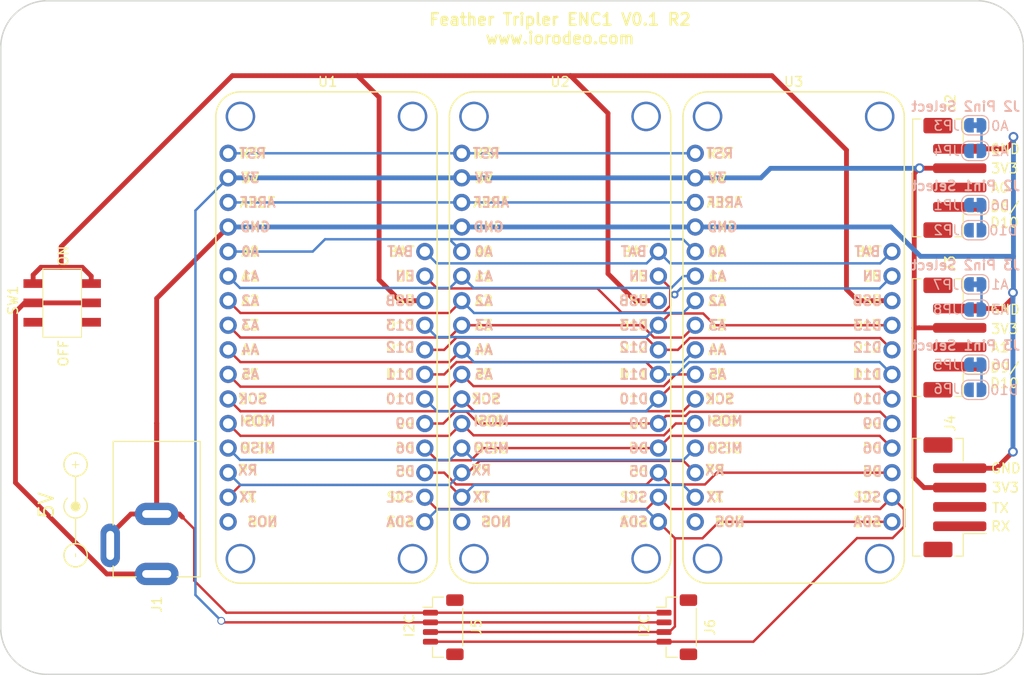
<source format=kicad_pcb>
(kicad_pcb (version 20221018) (generator pcbnew)
  (layers (0 "F.Cu" signal) (31 "B.Cu" signal) (34 "B.Paste" user) (35 "F.Paste" user) (36 "B.SilkS" user "B.Silkscreen") (37 "F.SilkS" user "F.Silkscreen") (38 "B.Mask" user) (39 "F.Mask" user) (44 "Edge.Cuts" user))
  (net 0 "")
  (net 1 "/5V")
  (net 2 "GND")
  (net 3 "/D10")
  (net 4 "/A0")
  (net 5 "/3V3")
  (net 6 "/D11")
  (net 7 "/A1")
  (net 8 "/RX")
  (net 9 "/TX")
  (net 10 "/SDA")
  (net 11 "/SCL")
  (net 13 "/VUSB")
  (net 15 "/D5")
  (net 16 "/D6")
  (net 17 "/D9")
  (net 18 "/D12")
  (net 19 "/D13")
  (net 20 "/EN")
  (net 21 "/BAT")
  (net 22 "/RST")
  (net 23 "/AREF")
  (net 24 "/A2")
  (net 25 "/A3")
  (net 26 "/A4")
  (net 27 "/A5")
  (net 28 "/SCK")
  (net 29 "/MOSI")
  (net 30 "/MISO")
  (net 34 "Net-(J2-Pin_1)")
  (net 35 "Net-(J2-Pin_2)")
  (net 36 "Net-(J3-Pin_1)")
  (net 37 "Net-(J3-Pin_2)")
  (footprint "MS-22D28-G020:MS-22D28-G020" (layer "F.Cu") (at 52.324 77.216 90)
    (fp_text reference "SW1")
    (fp_text value "SW_Push_DPDT" hide)
  )
  (footprint "MountingHole:MountingHole_4.3mm_M4" (layer "F.Cu") (at 146.812 50.8)
    (fp_text reference "M2" hide)
    (fp_text value "MountingHole_4.3mm_M4" hide)
  )
  (footprint "CUI_PJ-035:CUI_PJ-035C" (layer "F.Cu") (at 62.0863 105.2397 180)
    (fp_text reference "J1")
    (fp_text value "Barrel_Jack_Switch" hide)
  )
  (footprint "feather_wing:feather_wing" (layer "F.Cu") (at 79.629 80.7974 180)
    (fp_text reference "U1")
    (fp_text value "feather_wing" hide)
  )
  (footprint "feather_wing:feather_wing" (layer "F.Cu") (at 127.889 80.7974 180)
    (fp_text reference "U3")
    (fp_text value "feather_wing" hide)
  )
  (footprint "feather_wing:feather_wing" (layer "F.Cu") (at 103.759 80.7974 180)
    (fp_text reference "U2")
    (fp_text value "feather_wing" hide)
  )
  (footprint "MountingHole:MountingHole_4.3mm_M4" (layer "F.Cu") (at 50.8 50.8)
    (fp_text reference "M1" hide)
    (fp_text value "MountingHole_4.3mm_M4" hide)
  )
  (footprint "JST_PH_4Pin_Vertical:JST_PH_B4B-PH-SM4-TB_1x04-1MP_P2.00mm_Vertical" (layer "F.Cu") (at 144 64.2874 -90)
    (fp_text reference "J2")
    (fp_text value "Conn_01x04" hide)
  )
  (footprint "JST_PH_4Pin_Vertical:JST_PH_B4B-PH-SM4-TB_1x04-1MP_P2.00mm_Vertical" (layer "F.Cu") (at 144 80.7974 -90)
    (fp_text reference "J3")
    (fp_text value "Conn_01x04" hide)
  )
  (footprint "JST_PH_4Pin_Vertical:JST_PH_B4B-PH-SM4-TB_1x04-1MP_P2.00mm_Vertical" (layer "F.Cu") (at 144 97.3074 -90)
    (fp_text reference "J4")
    (fp_text value "Conn_01x04" hide)
  )
  (footprint "MountingHole:MountingHole_4.3mm_M4" (layer "F.Cu") (at 146.812 110.7948)
    (fp_text reference "M3" hide)
    (fp_text value "MountingHole_4.3mm_M4" hide)
  )
  (footprint "MountingHole:MountingHole_4.3mm_M4" (layer "F.Cu") (at 50.8 110.7948)
    (fp_text reference "M4" hide)
    (fp_text value "MountingHole_4.3mm_M4" hide)
  )
  (footprint "Connector_JST:JST_SH_BM04B-SRSS-TB_1x04-1MP_P1.00mm_Vertical" (layer "F.Cu") (at 91.694 110.744 -90)
    (fp_text reference "J5")
    (fp_text value "Conn_01x04" hide)
  )
  (footprint "Connector_JST:JST_SH_BM04B-SRSS-TB_1x04-1MP_P1.00mm_Vertical" (layer "F.Cu") (at 115.824 110.744 -90)
    (fp_text reference "J6")
    (fp_text value "Conn_01x04" hide)
  )
  (footprint "Jumper:SolderJumper-2_P1.3mm_Open_RoundedPad1.0x1.5mm" (layer "B.Cu") (at 146.65 69.7)
    (fp_text reference "JP2")
    (fp_text value "SolderJumper_2_Open" hide)
  )
  (footprint "Jumper:SolderJumper-2_P1.3mm_Bridged_RoundedPad1.0x1.5mm" (layer "B.Cu") (at 146.65 58.85)
    (fp_text reference "JP3")
    (fp_text value "SolderJumper_2_Bridged" hide)
  )
  (footprint "Jumper:SolderJumper-2_P1.3mm_Bridged_RoundedPad1.0x1.5mm" (layer "B.Cu") (at 146.65 67.1)
    (fp_text reference "JP1")
    (fp_text value "SolderJumper_2_Bridged" hide)
  )
  (footprint "Jumper:SolderJumper-2_P1.3mm_Bridged_RoundedPad1.0x1.5mm" (layer "B.Cu") (at 146.65 75.3)
    (fp_text reference "JP7")
    (fp_text value "SolderJumper_2_Bridged" hide)
  )
  (footprint "Jumper:SolderJumper-2_P1.3mm_Open_RoundedPad1.0x1.5mm" (layer "B.Cu") (at 146.65 86.2)
    (fp_text reference "JP6")
    (fp_text value "SolderJumper_2_Open" hide)
  )
  (footprint "Jumper:SolderJumper-2_P1.3mm_Open_RoundedPad1.0x1.5mm" (layer "B.Cu") (at 146.65 61.5)
    (fp_text reference "JP4")
    (fp_text value "SolderJumper_2_Open" hide)
  )
  (footprint "Jumper:SolderJumper-2_P1.3mm_Open_RoundedPad1.0x1.5mm" (layer "B.Cu") (at 146.65 77.9)
    (fp_text reference "JP8")
    (fp_text value "SolderJumper_2_Open" hide)
  )
  (footprint "Jumper:SolderJumper-2_P1.3mm_Bridged_RoundedPad1.0x1.5mm" (layer "B.Cu") (at 146.65 83.6)
    (fp_text reference "JP5")
    (fp_text value "SolderJumper_2_Bridged" hide)
  )
  (gr_line (start 52.731529 98.961167) (end 52.696985 98.911602) (stroke (width 0.116153)) (layer "F.SilkS"))
  (gr_line (start 53.828272 95.131737) (end 53.76741 95.136365) (stroke (width 0.134716)) (layer "F.SilkS"))
  (gr_line (start 53.947265 92.765399) (end 54.005246 92.778781) (stroke (width 0.134716)) (layer "F.SilkS"))
  (gr_line (start 54.592837 102.499535) (end 54.630504 102.543019) (stroke (width 0.134716)) (layer "F.SilkS"))
  (gr_line (start 52.768838 97.484813) (end 52.80891 97.438147) (stroke (width 0.116153)) (layer "F.SilkS"))
  (gr_line (start 52.586441 97.79261) (end 52.609932 97.738538) (stroke (width 0.116153)) (layer "F.SilkS"))
  (gr_line (start 53.239251 104.409594) (end 53.186165 104.385594) (stroke (width 0.134716)) (layer "F.SilkS"))
  (gr_line (start 52.665203 98.86075) (end 52.636186 98.808718) (stroke (width 0.116153)) (layer "F.SilkS"))
  (gr_line (start 53.041199 99.255818) (end 52.991636 99.221274) (stroke (width 0.116153)) (layer "F.SilkS"))
  (gr_line (start 53.186165 104.385594) (end 53.13449 104.359128) (stroke (width 0.134716)) (layer "F.SilkS"))
  (gr_line (start 52.547751 98.590929) (end 52.532551 98.534604) (stroke (width 0.116153)) (layer "F.SilkS"))
  (gr_line (start 54.901011 98.073699) (end 54.90792 98.131312) (stroke (width 0.116153)) (layer "F.SilkS"))
  (gr_line (start 54.630504 104.067653) (end 54.592837 104.111138) (stroke (width 0.134716)) (layer "F.SilkS"))
  (gr_line (start 54.375793 104.299099) (end 54.327169 104.330271) (stroke (width 0.134716)) (layer "F.SilkS"))
  (gr_line (start 54.049582 99.405049) (end 53.993257 99.420248) (stroke (width 0.116153)) (layer "F.SilkS"))
  (gr_line (start 53.705739 104.503773) (end 53.644068 104.502213) (stroke (width 0.134716)) (layer "F.SilkS"))
  (gr_line (start 54.890355 93.756978) (end 54.897977 93.816955) (stroke (width 0.134716)) (layer "F.SilkS"))
  (gr_line (start 54.809987 94.405973) (end 54.785987 94.459059) (stroke (width 0.134716)) (layer "F.SilkS"))
  (gr_line (start 52.521099 94.121998) (end 52.513477 94.062021) (stroke (width 0.134716)) (layer "F.SilkS"))
  (gr_line (start 53.475059 99.432684) (end 53.418197 99.420248) (stroke (width 0.116153)) (layer "F.SilkS"))
  (gr_line (start 54.553156 93.092065) (end 54.592837 93.133686) (stroke (width 0.134716)) (layer "F.SilkS"))
  (gr_line (start 52.531637 93.697961) (end 52.545019 93.63998) (stroke (width 0.134716)) (layer "F.SilkS"))
  (gr_line (start 54.863703 98.590929) (end 54.845739 98.64661) (stroke (width 0.116153)) (layer "F.SilkS"))
  (gr_line (start 53.644068 95.136365) (end 53.583206 95.131737) (stroke (width 0.134716)) (layer "F.SilkS"))
  (gr_line (start 52.498006 98.247075) (end 52.499388 98.18914) (stroke (width 0.116153)) (layer "F.SilkS"))
  (gr_line (start 53.947265 95.113577) (end 53.888249 95.124116) (stroke (width 0.134716)) (layer "F.SilkS"))
  (gr_line (start 52.680795 94.560921) (end 52.651938 94.510734) (stroke (width 0.134716)) (layer "F.SilkS"))
  (gr_line (start 52.50729 93.939488) (end 52.508849 93.877816) (stroke (width 0.134716)) (layer "F.SilkS"))
  (gr_line (start 52.521098 103.122826) (end 52.531637 103.06381) (stroke (width 0.134716)) (layer "F.SilkS"))
  (gr_line (start 54.831444 103.717399) (end 54.809987 103.771822) (stroke (width 0.134716)) (layer "F.SilkS"))
  (gr_line (start 54.891339 98.477742) (end 54.878902 98.534603) (stroke (width 0.116153)) (layer "F.SilkS"))
  (gr_line (start 52.508849 93.877816) (end 52.513477 93.816955) (stroke (width 0.134716)) (layer "F.SilkS"))
  (gr_line (start 54.913447 98.247075) (end 54.912065 98.30501) (stroke (width 0.116153)) (layer "F.SilkS"))
  (gr_line (start 54.005246 95.100195) (end 53.947265 95.113577) (stroke (width 0.134716)) (layer "F.SilkS"))
  (gr_line (start 54.730665 94.560921) (end 54.699493 94.609545) (stroke (width 0.134716)) (layer "F.SilkS"))
  (gr_line (start 54.592837 104.111138) (end 54.553156 104.152759) (stroke (width 0.134716)) (layer "F.SilkS"))
  (gr_line (start 54.602544 99.056003) (end 54.559708 99.10106) (stroke (width 0.116153)) (layer "F.SilkS"))
  (gr_line (start 54.831444 94.35155) (end 54.809987 94.405973) (stroke (width 0.134716)) (layer "F.SilkS"))
  (gr_line (start 53.134479 102.251545) (end 53.186154 102.225079) (stroke (width 0.134716)) (layer "F.SilkS"))
  (gr_line (start 54.699493 102.635279) (end 54.730665 102.683903) (stroke (width 0.134716)) (layer "F.SilkS"))
  (gr_line (start 53.705739 97.761252) (end 53.705739 95.192683) (stroke (width 0.126579)) (layer "F.SilkS"))
  (gr_line (start 52.665203 97.633399) (end 52.696985 97.582547) (stroke (width 0.116153)) (layer "F.SilkS"))
  (gr_line (start 54.825012 97.792609) (end 54.845739 97.847539) (stroke (width 0.116153)) (layer "F.SilkS"))
  (gr_line (start 53.644068 104.502213) (end 53.583206 104.497585) (stroke (width 0.134716)) (layer "F.SilkS"))
  (gr_poly (pts (xy 53.656275 93.88819) (xy 53.656275 93.551344) (xy 53.755155 93.551344) (xy 53.755155 93.88819) (xy 54.092004 93.88819) (xy 54.092004 93.990789) (xy 53.755155 93.990789) (xy 53.755155 94.327633) (xy 53.656275 94.327633) (xy 53.656275 93.990789) (xy 53.319425 93.990789) (xy 53.319425 93.88819)) (fill solid) (layer "F.SilkS"))
  (gr_line (start 54.890355 103.487846) (end 54.879816 103.546863) (stroke (width 0.134716)) (layer "F.SilkS"))
  (gr_line (start 54.1178 104.431052) (end 54.062116 104.449893) (stroke (width 0.134716)) (layer "F.SilkS"))
  (gr_line (start 52.586441 98.70154) (end 52.565714 98.64661) (stroke (width 0.116153)) (layer "F.SilkS"))
  (gr_line (start 53.293675 104.431052) (end 53.239251 104.409594) (stroke (width 0.134716)) (layer "F.SilkS"))
  (gr_line (start 54.005246 102.14463) (end 54.062116 102.160779) (stroke (width 0.134716)) (layer "F.SilkS"))
  (gr_line (start 53.13449 104.359128) (end 53.084303 104.330271) (stroke (width 0.134716)) (layer "F.SilkS"))
  (gr_line (start 54.375793 92.945725) (end 54.422778 92.979138) (stroke (width 0.134716)) (layer "F.SilkS"))
  (gr_line (start 53.76741 92.74261) (end 53.828272 92.747238) (stroke (width 0.134716)) (layer "F.SilkS"))
  (gr_line (start 54.468051 93.014716) (end 54.511535 93.052383) (stroke (width 0.134716)) (layer "F.SilkS"))
  (gr_line (start 52.531638 94.181014) (end 52.521099 94.121998) (stroke (width 0.134716)) (layer "F.SilkS"))
  (gr_line (start 54.775268 97.685432) (end 54.801522 97.738538) (stroke (width 0.116153)) (layer "F.SilkS"))
  (gr_line (start 54.327169 102.280401) (end 54.375793 102.311574) (stroke (width 0.134716)) (layer "F.SilkS"))
  (gr_line (start 52.98868 102.344987) (end 53.035667 102.311574) (stroke (width 0.134716)) (layer "F.SilkS"))
  (gr_line (start 52.745381 94.656531) (end 52.711968 94.609545) (stroke (width 0.134716)) (layer "F.SilkS"))
  (gr_line (start 52.532551 97.959546) (end 52.547751 97.903221) (stroke (width 0.116153)) (layer "F.SilkS"))
  (gr_line (start 52.625471 103.824908) (end 52.601471 103.771822) (stroke (width 0.134716)) (layer "F.SilkS"))
  (gr_line (start 53.418197 99.420248) (end 53.361871 99.405049) (stroke (width 0.116153)) (layer "F.SilkS"))
  (gr_line (start 54.172223 95.043745) (end 54.1178 95.065204) (stroke (width 0.134716)) (layer "F.SilkS"))
  (gr_line (start 53.092051 99.287599) (end 53.041199 99.255818) (stroke (width 0.116153)) (layer "F.SilkS"))
  (gr_line (start 52.580009 93.527425) (end 52.601467 93.473002) (stroke (width 0.134716)) (layer "F.SilkS"))
  (gr_line (start 54.785987 102.785765) (end 54.809987 102.838851) (stroke (width 0.134716)) (layer "F.SilkS"))
  (gr_line (start 54.679924 97.532983) (end 54.714469 97.582547) (stroke (width 0.116153)) (layer "F.SilkS"))
  (gr_line (start 54.699493 94.609545) (end 54.666081 94.656531) (stroke (width 0.134716)) (layer "F.SilkS"))
  (gr_line (start 54.785987 103.824908) (end 54.759522 103.876582) (stroke (width 0.134716)) (layer "F.SilkS"))
  (gr_line (start 54.062116 95.084045) (end 54.005246 95.100195) (stroke (width 0.134716)) (layer "F.SilkS"))
  (gr_line (start 54.666081 104.02238) (end 54.630504 104.067653) (stroke (width 0.134716)) (layer "F.SilkS"))
  (gr_line (start 53.406222 92.778781) (end 53.464205 92.765399) (stroke (width 0.134716)) (layer "F.SilkS"))
  (gr_line (start 54.730665 93.318055) (end 54.759522 93.368242) (stroke (width 0.134716)) (layer "F.SilkS"))
  (gr_line (start 54.1178 92.813772) (end 54.172223 92.83523) (stroke (width 0.134716)) (layer "F.SilkS"))
  (gr_line (start 54.897977 103.182803) (end 54.902605 103.243665) (stroke (width 0.134716)) (layer "F.SilkS"))
  (gr_line (start 54.90792 98.362837) (end 54.901011 98.42045) (stroke (width 0.116153)) (layer "F.SilkS"))
  (gr_line (start 52.651933 102.73409) (end 52.680789 102.683903) (stroke (width 0.134716)) (layer "F.SilkS"))
  (gr_line (start 52.636186 97.685432) (end 52.665203 97.633399) (stroke (width 0.116153)) (layer "F.SilkS"))
  (gr_line (start 54.679924 98.961167) (end 54.642616 99.009336) (stroke (width 0.116153)) (layer "F.SilkS"))
  (gr_line (start 54.850286 94.295866) (end 54.831444 94.35155) (stroke (width 0.134716)) (layer "F.SilkS"))
  (gr_line (start 54.005246 104.466043) (end 53.947265 104.479425) (stroke (width 0.134716)) (layer "F.SilkS"))
  (gr_line (start 54.642616 97.484813) (end 54.679924 97.532983) (stroke (width 0.116153)) (layer "F.SilkS"))
  (gr_line (start 53.705739 92.741051) (end 53.76741 92.74261) (stroke (width 0.134716)) (layer "F.SilkS"))
  (gr_line (start 53.464212 95.113577) (end 53.40623 95.100195) (stroke (width 0.134716)) (layer "F.SilkS"))
  (gr_line (start 53.879103 99.442357) (end 53.82149 99.449265) (stroke (width 0.116153)) (layer "F.SilkS"))
  (gr_line (start 53.40623 104.466043) (end 53.349359 104.449893) (stroke (width 0.134716)) (layer "F.SilkS"))
  (gr_line (start 52.625467 102.785765) (end 52.651933 102.73409) (stroke (width 0.134716)) (layer "F.SilkS"))
  (gr_line (start 54.759522 94.510734) (end 54.730665 94.560921) (stroke (width 0.134716)) (layer "F.SilkS"))
  (gr_line (start 54.225308 104.385594) (end 54.172223 104.409594) (stroke (width 0.134716)) (layer "F.SilkS"))
  (gr_line (start 53.464205 102.131248) (end 53.523223 102.120708) (stroke (width 0.134716)) (layer "F.SilkS"))
  (gr_line (start 52.499388 98.18914) (end 52.503533 98.131312) (stroke (width 0.116153)) (layer "F.SilkS"))
  (gr_line (start 52.50729 103.305336) (end 52.508849 103.243665) (stroke (width 0.134716)) (layer "F.SilkS"))
  (gr_line (start 53.34935 92.79493) (end 53.406222 92.778781) (stroke (width 0.134716)) (layer "F.SilkS"))
  (gr_line (start 52.680789 102.683903) (end 52.711962 102.635279) (stroke (width 0.134716)) (layer "F.SilkS"))
  (gr_line (start 53.34935 102.160779) (end 53.406222 102.14463) (stroke (width 0.134716)) (layer "F.SilkS"))
  (gr_line (start 52.745374 93.222444) (end 52.780952 93.177171) (stroke (width 0.134716)) (layer "F.SilkS"))
  (gr_line (start 52.56117 94.295866) (end 52.545021 94.238996) (stroke (width 0.134716)) (layer "F.SilkS"))
  (gr_line (start 54.172223 102.201079) (end 54.225308 102.225079) (stroke (width 0.134716)) (layer "F.SilkS"))
  (gr_line (start 54.422778 104.265686) (end 54.375793 104.299099) (stroke (width 0.134716)) (layer "F.SilkS"))
  (gr_line (start 52.943407 93.014716) (end 52.98868 92.979138) (stroke (width 0.134716)) (layer "F.SilkS"))
  (gr_line (start 53.947265 102.131248) (end 54.005246 102.14463) (stroke (width 0.134716)) (layer "F.SilkS"))
  (gr_line (start 54.327169 92.914553) (end 54.375793 92.945725) (stroke (width 0.134716)) (layer "F.SilkS"))
  (gr_line (start 54.809987 103.771822) (end 54.785987 103.824908) (stroke (width 0.134716)) (layer "F.SilkS"))
  (gr_line (start 53.293665 102.179621) (end 53.34935 102.160779) (stroke (width 0.134716)) (layer "F.SilkS"))
  (gr_line (start 54.511535 94.826592) (end 54.468051 94.86426) (stroke (width 0.134716)) (layer "F.SilkS"))
  (gr_poly (pts (xy 53.761646 103.1125) (xy 53.761646 103.498172) (xy 53.649783 103.498172) (xy 53.649783 103.1125)) (fill solid) (layer "F.SilkS"))
  (gr_line (start 53.947265 104.479425) (end 53.888249 104.489964) (stroke (width 0.134716)) (layer "F.SilkS"))
  (gr_line (start 54.327169 104.330271) (end 54.276982 104.359128) (stroke (width 0.134716)) (layer "F.SilkS"))
  (gr_line (start 52.680789 93.318055) (end 52.711962 93.269431) (stroke (width 0.134716)) (layer "F.SilkS"))
  (gr_line (start 54.878902 97.959546) (end 54.891339 98.016408) (stroke (width 0.116153)) (layer "F.SilkS"))
  (gr_line (start 53.186165 95.019746) (end 53.13449 94.99328) (stroke (width 0.134716)) (layer "F.SilkS"))
  (gr_line (start 54.514652 99.143895) (end 54.467986 99.183966) (stroke (width 0.116153)) (layer "F.SilkS"))
  (gr_line (start 53.53235 99.442357) (end 53.475059 99.432684) (stroke (width 0.116153)) (layer "F.SilkS"))
  (gr_line (start 53.084292 92.914553) (end 53.134479 92.885696) (stroke (width 0.134716)) (layer "F.SilkS"))
  (gr_line (start 52.858301 102.457914) (end 52.899922 102.418232) (stroke (width 0.134716)) (layer "F.SilkS"))
  (gr_line (start 54.468051 94.86426) (end 54.422778 94.899837) (stroke (width 0.134716)) (layer "F.SilkS"))
  (gr_line (start 54.74625 97.633399) (end 54.775268 97.685432) (stroke (width 0.116153)) (layer "F.SilkS"))
  (gr_line (start 52.508849 103.243665) (end 52.513477 103.182803) (stroke (width 0.134716)) (layer "F.SilkS"))
  (gr_line (start 54.422778 94.899837) (end 54.375793 94.93325) (stroke (width 0.134716)) (layer "F.SilkS"))
  (gr_line (start 54.850286 103.661715) (end 54.831444 103.717399) (stroke (width 0.134716)) (layer "F.SilkS"))
  (gr_line (start 54.225308 95.019746) (end 54.172223 95.043745) (stroke (width 0.134716)) (layer "F.SilkS"))
  (gr_line (start 54.890355 94.121998) (end 54.879816 94.181014) (stroke (width 0.134716)) (layer "F.SilkS"))
  (gr_line (start 52.580012 103.717399) (end 52.56117 103.661715) (stroke (width 0.134716)) (layer "F.SilkS"))
  (gr_line (start 52.545021 103.604844) (end 52.531638 103.546863) (stroke (width 0.134716)) (layer "F.SilkS"))
  (gr_line (start 54.866435 94.238996) (end 54.850286 94.295866) (stroke (width 0.134716)) (layer "F.SilkS"))
  (gr_line (start 52.943417 94.86426) (end 52.899932 94.826592) (stroke (width 0.134716)) (layer "F.SilkS"))
  (gr_line (start 52.513477 94.062021) (end 52.508849 94.001159) (stroke (width 0.134716)) (layer "F.SilkS"))
  (gr_line (start 52.499388 98.30501) (end 52.498006 98.247075) (stroke (width 0.116153)) (layer "F.SilkS"))
  (gr_line (start 54.850286 102.948958) (end 54.866435 103.005828) (stroke (width 0.134716)) (layer "F.SilkS"))
  (gr_line (start 53.644065 102.108459) (end 53.705739 102.1069) (stroke (width 0.134716)) (layer "F.SilkS"))
  (gr_line (start 53.76741 102.108459) (end 53.828272 102.113087) (stroke (width 0.134716)) (layer "F.SilkS"))
  (gr_line (start 53.349359 95.084045) (end 53.293675 95.065204) (stroke (width 0.134716)) (layer "F.SilkS"))
  (gr_line (start 54.785987 94.459059) (end 54.759522 94.510734) (stroke (width 0.134716)) (layer "F.SilkS"))
  (gr_line (start 54.890355 103.122826) (end 54.897977 103.182803) (stroke (width 0.134716)) (layer "F.SilkS"))
  (gr_line (start 52.745381 104.02238) (end 52.711968 103.975394) (stroke (width 0.134716)) (layer "F.SilkS"))
  (gr_line (start 54.630504 102.543019) (end 54.666081 102.588293) (stroke (width 0.134716)) (layer "F.SilkS"))
  (gr_line (start 52.711968 94.609545) (end 52.680795 94.560921) (stroke (width 0.134716)) (layer "F.SilkS"))
  (gr_line (start 54.831444 93.527425) (end 54.850286 93.58311) (stroke (width 0.134716)) (layer "F.SilkS"))
  (gr_line (start 54.642616 99.009336) (end 54.602544 99.056003) (stroke (width 0.116153)) (layer "F.SilkS"))
  (gr_line (start 52.547751 97.903221) (end 52.565714 97.84754) (stroke (width 0.116153)) (layer "F.SilkS"))
  (gr_line (start 54.878902 98.534603) (end 54.863703 98.590929) (stroke (width 0.116153)) (layer "F.SilkS"))
  (gr_line (start 53.186154 102.225079) (end 53.239241 102.201079) (stroke (width 0.134716)) (layer "F.SilkS"))
  (gr_line (start 53.583206 95.131737) (end 53.523229 95.124116) (stroke (width 0.134716)) (layer "F.SilkS"))
  (gr_line (start 54.375793 94.93325) (end 54.327169 94.964423) (stroke (width 0.134716)) (layer "F.SilkS"))
  (gr_line (start 52.991636 99.221274) (end 52.943467 99.183966) (stroke (width 0.116153)) (layer "F.SilkS"))
  (gr_line (start 54.511535 102.418232) (end 54.553156 102.457914) (stroke (width 0.134716)) (layer "F.SilkS"))
  (gr_line (start 53.40623 95.100195) (end 53.349359 95.084045) (stroke (width 0.134716)) (layer "F.SilkS"))
  (gr_line (start 53.993257 99.420248) (end 53.936395 99.432684) (stroke (width 0.116153)) (layer "F.SilkS"))
  (gr_line (start 52.625471 94.459059) (end 52.601471 94.405973) (stroke (width 0.134716)) (layer "F.SilkS"))
  (gr_line (start 54.730665 103.926769) (end 54.699493 103.975394) (stroke (width 0.134716)) (layer "F.SilkS"))
  (gr_line (start 54.062116 104.449893) (end 54.005246 104.466043) (stroke (width 0.134716)) (layer "F.SilkS"))
  (gr_line (start 54.90792 98.131312) (end 54.912065 98.18914) (stroke (width 0.116153)) (layer "F.SilkS"))
  (gr_line (start 54.511535 93.052383) (end 54.553156 93.092065) (stroke (width 0.134716)) (layer "F.SilkS"))
  (gr_line (start 52.943467 99.183966) (end 52.896801 99.143895) (stroke (width 0.116153)) (layer "F.SilkS"))
  (gr_line (start 52.768838 99.009336) (end 52.731529 98.961167) (stroke (width 0.116153)) (layer "F.SilkS"))
  (gr_line (start 53.30619 99.387086) (end 53.25126 99.366359) (stroke (width 0.116153)) (layer "F.SilkS"))
  (gr_line (start 52.521098 93.756978) (end 52.531637 93.697961) (stroke (width 0.134716)) (layer "F.SilkS"))
  (gr_line (start 54.467986 99.183966) (end 54.419818 99.221274) (stroke (width 0.116153)) (layer "F.SilkS"))
  (gr_line (start 54.062116 102.160779) (end 54.1178 102.179621) (stroke (width 0.134716)) (layer "F.SilkS"))
  (gr_line (start 52.780952 102.543019) (end 52.818619 102.499535) (stroke (width 0.134716)) (layer "F.SilkS"))
  (gr_line (start 52.780952 93.177171) (end 52.818619 93.133686) (stroke (width 0.134716)) (layer "F.SilkS"))
  (gr_line (start 52.561168 93.58311) (end 52.580009 93.527425) (stroke (width 0.134716)) (layer "F.SilkS"))
  (gr_line (start 54.225308 102.225079) (end 54.276982 102.251545) (stroke (width 0.134716)) (layer "F.SilkS"))
  (gr_line (start 54.785987 93.419916) (end 54.809987 93.473002) (stroke (width 0.134716)) (layer "F.SilkS"))
  (gr_line (start 52.545019 103.005828) (end 52.561168 102.948958) (stroke (width 0.134716)) (layer "F.SilkS"))
  (gr_line (start 53.361871 99.405049) (end 53.30619 99.387086) (stroke (width 0.116153)) (layer "F.SilkS"))
  (gr_line (start 54.902605 103.367008) (end 54.897977 103.42787) (stroke (width 0.134716)) (layer "F.SilkS"))
  (gr_poly (pts (xy 53.247207 98.241222) (xy 53.24898 98.217906) (xy 53.2519 98.194929) (xy 53.255938 98.17232) (xy 53.261065 98.150107) (xy 53.267252 98.128321) (xy 53.27447 98.106988) (xy 53.282691 98.086139) (xy 53.291885 98.065802) (xy 53.302024 98.046005) (xy 53.31308 98.026779) (xy 53.325022 98.008151) (xy 53.337823 97.990151) (xy 53.351453 97.972807) (xy 53.365883 97.956148) (xy 53.381086 97.940203) (xy 53.397031 97.925001) (xy 53.41369 97.910571) (xy 53.431035 97.896941) (xy 53.449036 97.884141) (xy 53.467664 97.872199) (xy 53.486891 97.861144) (xy 53.506688 97.851005) (xy 53.527025 97.841811) (xy 53.547875 97.83359) (xy 53.569208 97.826372) (xy 53.590996 97.820185) (xy 53.613208 97.815059) (xy 53.635818 97.811021) (xy 53.658796 97.808102) (xy 53.682112 97.806329) (xy 53.705739 97.805731) (xy 53.729366 97.806329) (xy 53.752682 97.808102) (xy 53.775659 97.811021) (xy 53.798268 97.815059) (xy 53.820481 97.820185) (xy 53.842268 97.826372) (xy 53.8636 97.83359) (xy 53.884449 97.841811) (xy 53.904786 97.851005) (xy 53.924581 97.861144) (xy 53.943807 97.872199) (xy 53.962435 97.884141) (xy 53.980434 97.896941) (xy 53.997778 97.910571) (xy 54.014436 97.925001) (xy 54.03038 97.940203) (xy 54.045581 97.956148) (xy 54.060011 97.972807) (xy 54.07364 97.990151) (xy 54.086439 98.008151) (xy 54.098381 98.026779) (xy 54.109435 98.046005) (xy 54.119573 98.065802) (xy 54.128767 98.086139) (xy 54.136987 98.106988) (xy 54.144204 98.128321) (xy 54.150391 98.150107) (xy 54.155517 98.17232) (xy 54.159554 98.194929) (xy 54.162473 98.217906) (xy 54.164246 98.241222) (xy 54.164844 98.264848) (xy 54.164246 98.288474) (xy 54.162473 98.31179) (xy 54.159554 98.334767) (xy 54.155517 98.357376) (xy 54.150391 98.379588) (xy 54.144204 98.401375) (xy 54.136987 98.422708) (xy 54.128767 98.443557) (xy 54.119573 98.463894) (xy 54.109435 98.48369) (xy 54.098381 98.502917) (xy 54.086439 98.521544) (xy 54.07364 98.539545) (xy 54.060011 98.556889) (xy 54.045581 98.573548) (xy 54.03038 98.589492) (xy 54.014436 98.604694) (xy 53.997778 98.619125) (xy 53.980434 98.632754) (xy 53.962435 98.645555) (xy 53.943807 98.657497) (xy 53.924581 98.668552) (xy 53.904786 98.678691) (xy 53.884449 98.687885) (xy 53.8636 98.696105) (xy 53.842268 98.703323) (xy 53.820481 98.70951) (xy 53.798268 98.714637) (xy 53.775659 98.718674) (xy 53.752682 98.721594) (xy 53.729366 98.723367) (xy 53.705739 98.723964) (xy 53.682112 98.723367) (xy 53.658796 98.721594) (xy 53.635818 98.718674) (xy 53.613208 98.714637) (xy 53.590996 98.70951) (xy 53.569208 98.703323) (xy 53.547875 98.696105) (xy 53.527025 98.687885) (xy 53.506688 98.678691) (xy 53.486891 98.668552) (xy 53.467664 98.657497) (xy 53.449036 98.645555) (xy 53.431035 98.632754) (xy 53.41369 98.619125) (xy 53.397031 98.604694) (xy 53.381086 98.589492) (xy 53.365883 98.573548) (xy 53.351453 98.556889) (xy 53.337823 98.539545) (xy 53.325022 98.521544) (xy 53.31308 98.502917) (xy 53.302024 98.48369) (xy 53.291885 98.463894) (xy 53.282691 98.443557) (xy 53.27447 98.422708) (xy 53.267252 98.401375) (xy 53.261065 98.379588) (xy 53.255938 98.357376) (xy 53.2519 98.334767) (xy 53.24898 98.31179) (xy 53.247207 98.288474) (xy 53.24661 98.264848)) (stroke (width 0.094402)) (fill solid) (layer "F.SilkS"))
  (gr_line (start 52.896801 99.143895) (end 52.851745 99.10106) (stroke (width 0.116153)) (layer "F.SilkS"))
  (gr_line (start 54.327169 94.964423) (end 54.276982 94.99328) (stroke (width 0.134716)) (layer "F.SilkS"))
  (gr_line (start 52.508849 94.001159) (end 52.50729 93.939488) (stroke (width 0.134716)) (layer "F.SilkS"))
  (gr_line (start 52.988691 94.899837) (end 52.943417 94.86426) (stroke (width 0.134716)) (layer "F.SilkS"))
  (gr_line (start 52.503533 98.131312) (end 52.510442 98.073699) (stroke (width 0.116153)) (layer "F.SilkS"))
  (gr_line (start 54.375793 102.311574) (end 54.422778 102.344987) (stroke (width 0.134716)) (layer "F.SilkS"))
  (gr_line (start 52.580012 94.35155) (end 52.56117 94.295866) (stroke (width 0.134716)) (layer "F.SilkS"))
  (gr_line (start 53.13449 94.99328) (end 53.084303 94.964423) (stroke (width 0.134716)) (layer "F.SilkS"))
  (gr_line (start 54.666081 94.656531) (end 54.630504 94.701805) (stroke (width 0.134716)) (layer "F.SilkS"))
  (gr_line (start 52.531637 103.06381) (end 52.545019 103.005828) (stroke (width 0.134716)) (layer "F.SilkS"))
  (gr_line (start 53.464212 104.479425) (end 53.40623 104.466043) (stroke (width 0.134716)) (layer "F.SilkS"))
  (gr_line (start 52.696985 97.582547) (end 52.731529 97.532983) (stroke (width 0.116153)) (layer "F.SilkS"))
  (gr_line (start 52.85831 104.152759) (end 52.818628 104.111138) (stroke (width 0.134716)) (layer "F.SilkS"))
  (gr_line (start 54.26737 99.316616) (end 54.214265 99.342869) (stroke (width 0.116153)) (layer "F.SilkS"))
  (gr_line (start 53.583202 92.747238) (end 53.644065 92.74261) (stroke (width 0.134716)) (layer "F.SilkS"))
  (gr_line (start 53.828272 92.747238) (end 53.888249 92.75486) (stroke (width 0.134716)) (layer "F.SilkS"))
  (gr_line (start 54.897977 103.42787) (end 54.890355 103.487846) (stroke (width 0.134716)) (layer "F.SilkS"))
  (gr_line (start 54.866435 103.005828) (end 54.879816 103.06381) (stroke (width 0.134716)) (layer "F.SilkS"))
  (gr_line (start 52.636186 98.808718) (end 52.609932 98.755612) (stroke (width 0.116153)) (layer "F.SilkS"))
  (gr_line (start 52.899932 104.192441) (end 52.85831 104.152759) (stroke (width 0.134716)) (layer "F.SilkS"))
  (gr_line (start 52.80891 99.056003) (end 52.768838 99.009336) (stroke (width 0.116153)) (layer "F.SilkS"))
  (gr_line (start 53.035678 94.93325) (end 52.988691 94.899837) (stroke (width 0.134716)) (layer "F.SilkS"))
  (gr_line (start 52.943417 104.230108) (end 52.899932 104.192441) (stroke (width 0.134716)) (layer "F.SilkS"))
  (gr_line (start 52.943407 102.380564) (end 52.98868 102.344987) (stroke (width 0.134716)) (layer "F.SilkS"))
  (gr_line (start 53.583206 104.497585) (end 53.523229 104.489964) (stroke (width 0.134716)) (layer "F.SilkS"))
  (gr_line (start 52.601467 93.473002) (end 52.625467 93.419916) (stroke (width 0.134716)) (layer "F.SilkS"))
  (gr_line (start 52.545019 93.63998) (end 52.561168 93.58311) (stroke (width 0.134716)) (layer "F.SilkS"))
  (gr_line (start 54.1178 95.065204) (end 54.062116 95.084045) (stroke (width 0.134716)) (layer "F.SilkS"))
  (gr_line (start 53.888249 102.120708) (end 53.947265 102.131248) (stroke (width 0.134716)) (layer "F.SilkS"))
  (gr_line (start 54.630504 93.177171) (end 54.666081 93.222444) (stroke (width 0.134716)) (layer "F.SilkS"))
  (gr_line (start 52.580009 102.893274) (end 52.601467 102.838851) (stroke (width 0.134716)) (layer "F.SilkS"))
  (gr_line (start 53.763662 99.453411) (end 53.705727 99.454792) (stroke (width 0.116153)) (layer "F.SilkS"))
  (gr_line (start 54.801522 98.755612) (end 54.775268 98.808718) (stroke (width 0.116153)) (layer "F.SilkS"))
  (gr_line (start 54.714469 98.911602) (end 54.679924 98.961167) (stroke (width 0.116153)) (layer "F.SilkS"))
  (gr_line (start 54.468051 104.230108) (end 54.422778 104.265686) (stroke (width 0.134716)) (layer "F.SilkS"))
  (gr_line (start 53.705727 99.454792) (end 53.647791 99.453411) (stroke (width 0.116153)) (layer "F.SilkS"))
  (gr_line (start 52.818619 102.499535) (end 52.858301 102.457914) (stroke (width 0.134716)) (layer "F.SilkS"))
  (gr_line (start 54.775268 98.808718) (end 54.74625 98.86075) (stroke (width 0.116153)) (layer "F.SilkS"))
  (gr_line (start 53.035667 92.945725) (end 53.084292 92.914553) (stroke (width 0.134716)) (layer "F.SilkS"))
  (gr_line (start 52.609932 98.755612) (end 52.586441 98.70154) (stroke (width 0.116153)) (layer "F.SilkS"))
  (gr_line (start 54.904164 93.939488) (end 54.902605 94.001159) (stroke (width 0.134716)) (layer "F.SilkS"))
  (gr_line (start 52.680795 103.926769) (end 52.651938 103.876582) (stroke (width 0.134716)) (layer "F.SilkS"))
  (gr_line (start 53.523229 104.489964) (end 53.464212 104.479425) (stroke (width 0.134716)) (layer "F.SilkS"))
  (gr_line (start 53.084303 94.964423) (end 53.035678 94.93325) (stroke (width 0.134716)) (layer "F.SilkS"))
  (gr_line (start 54.592837 94.745289) (end 54.553156 94.78691) (stroke (width 0.134716)) (layer "F.SilkS"))
  (gr_line (start 54.897977 94.062021) (end 54.890355 94.121998) (stroke (width 0.134716)) (layer "F.SilkS"))
  (gr_line (start 53.084292 102.280401) (end 53.134479 102.251545) (stroke (width 0.134716)) (layer "F.SilkS"))
  (gr_line (start 53.76741 104.502213) (end 53.705739 104.503773) (stroke (width 0.134716)) (layer "F.SilkS"))
  (gr_line (start 52.711962 102.635279) (end 52.745374 102.588293) (stroke (width 0.134716)) (layer "F.SilkS"))
  (gr_line (start 54.105263 99.387086) (end 54.049582 99.405049) (stroke (width 0.116153)) (layer "F.SilkS"))
  (gr_line (start 54.276982 92.885696) (end 54.327169 92.914553) (stroke (width 0.134716)) (layer "F.SilkS"))
  (gr_line (start 52.98868 92.979138) (end 53.035667 92.945725) (stroke (width 0.134716)) (layer "F.SilkS"))
  (gr_line (start 54.74625 98.86075) (end 54.714469 98.911602) (stroke (width 0.116153)) (layer "F.SilkS"))
  (gr_line (start 52.711968 103.975394) (end 52.680795 103.926769) (stroke (width 0.134716)) (layer "F.SilkS"))
  (gr_line (start 52.609932 97.738538) (end 52.636186 97.685432) (stroke (width 0.116153)) (layer "F.SilkS"))
  (gr_line (start 54.468051 102.380564) (end 54.511535 102.418232) (stroke (width 0.134716)) (layer "F.SilkS"))
  (gr_line (start 54.160193 99.366359) (end 54.105263 99.387086) (stroke (width 0.116153)) (layer "F.SilkS"))
  (gr_line (start 54.902605 94.001159) (end 54.897977 94.062021) (stroke (width 0.134716)) (layer "F.SilkS"))
  (gr_line (start 54.879816 94.181014) (end 54.866435 94.238996) (stroke (width 0.134716)) (layer "F.SilkS"))
  (gr_line (start 52.731529 97.532983) (end 52.768838 97.484813) (stroke (width 0.116153)) (layer "F.SilkS"))
  (gr_line (start 54.759522 93.368242) (end 54.785987 93.419916) (stroke (width 0.134716)) (layer "F.SilkS"))
  (gr_line (start 53.035678 104.299099) (end 52.988691 104.265686) (stroke (width 0.134716)) (layer "F.SilkS"))
  (gr_line (start 52.651933 93.368242) (end 52.680789 93.318055) (stroke (width 0.134716)) (layer "F.SilkS"))
  (gr_line (start 54.553156 104.152759) (end 54.511535 104.192441) (stroke (width 0.134716)) (layer "F.SilkS"))
  (gr_line (start 53.084303 104.330271) (end 53.035678 104.299099) (stroke (width 0.134716)) (layer "F.SilkS"))
  (gr_line (start 53.589963 99.449265) (end 53.53235 99.442357) (stroke (width 0.116153)) (layer "F.SilkS"))
  (gr_line (start 53.828272 104.497585) (end 53.76741 104.502213) (stroke (width 0.134716)) (layer "F.SilkS"))
  (gr_line (start 54.276982 94.99328) (end 54.225308 95.019746) (stroke (width 0.134716)) (layer "F.SilkS"))
  (gr_line (start 52.503533 98.362838) (end 52.499388 98.30501) (stroke (width 0.116153)) (layer "F.SilkS"))
  (gr_line (start 54.904164 103.305336) (end 54.902605 103.367008) (stroke (width 0.134716)) (layer "F.SilkS"))
  (gr_line (start 54.370254 99.255818) (end 54.319403 99.287599) (stroke (width 0.116153)) (layer "F.SilkS"))
  (gr_line (start 54.559708 99.10106) (end 54.514652 99.143895) (stroke (width 0.116153)) (layer "F.SilkS"))
  (gr_line (start 54.879816 103.546863) (end 54.866435 103.604844) (stroke (width 0.134716)) (layer "F.SilkS"))
  (gr_line (start 54.845739 98.64661) (end 54.825012 98.70154) (stroke (width 0.116153)) (layer "F.SilkS"))
  (gr_line (start 52.625467 93.419916) (end 52.651933 93.368242) (stroke (width 0.134716)) (layer "F.SilkS"))
  (gr_line (start 52.851745 99.10106) (end 52.80891 99.056003) (stroke (width 0.116153)) (layer "F.SilkS"))
  (gr_line (start 52.513477 93.816955) (end 52.521098 93.756978) (stroke (width 0.134716)) (layer "F.SilkS"))
  (gr_line (start 54.809987 93.473002) (end 54.831444 93.527425) (stroke (width 0.134716)) (layer "F.SilkS"))
  (gr_line (start 54.419818 99.221274) (end 54.370254 99.255818) (stroke (width 0.116153)) (layer "F.SilkS"))
  (gr_line (start 53.134479 92.885696) (end 53.186154 92.85923) (stroke (width 0.134716)) (layer "F.SilkS"))
  (gr_line (start 54.005246 92.778781) (end 54.062116 92.79493) (stroke (width 0.134716)) (layer "F.SilkS"))
  (gr_line (start 53.197189 99.342869) (end 53.144083 99.316616) (stroke (width 0.116153)) (layer "F.SilkS"))
  (gr_line (start 53.523229 95.124116) (end 53.464212 95.113577) (stroke (width 0.134716)) (layer "F.SilkS"))
  (gr_line (start 54.511535 104.192441) (end 54.468051 104.230108) (stroke (width 0.134716)) (layer "F.SilkS"))
  (gr_line (start 54.666081 93.222444) (end 54.699493 93.269431) (stroke (width 0.134716)) (layer "F.SilkS"))
  (gr_line (start 53.523223 102.120708) (end 53.583202 102.113087) (stroke (width 0.134716)) (layer "F.SilkS"))
  (gr_line (start 54.863703 97.903221) (end 54.878902 97.959546) (stroke (width 0.116153)) (layer "F.SilkS"))
  (gr_line (start 54.902605 93.877816) (end 54.904164 93.939488) (stroke (width 0.134716)) (layer "F.SilkS"))
  (gr_line (start 52.510442 98.420451) (end 52.503533 98.362838) (stroke (width 0.116153)) (layer "F.SilkS"))
  (gr_line (start 52.78096 94.701805) (end 52.745381 94.656531) (stroke (width 0.134716)) (layer "F.SilkS"))
  (gr_line (start 54.866435 103.604844) (end 54.850286 103.661715) (stroke (width 0.134716)) (layer "F.SilkS"))
  (gr_line (start 52.80891 97.438147) (end 52.851745 97.393089) (stroke (width 0.116153)) (layer "F.SilkS"))
  (gr_line (start 52.899932 94.826592) (end 52.85831 94.78691) (stroke (width 0.134716)) (layer "F.SilkS"))
  (gr_line (start 52.565714 98.64661) (end 52.547751 98.590929) (stroke (width 0.116153)) (layer "F.SilkS"))
  (gr_line (start 53.25126 99.366359) (end 53.197189 99.342869) (stroke (width 0.116153)) (layer "F.SilkS"))
  (gr_line (start 53.035667 102.311574) (end 53.084292 102.280401) (stroke (width 0.134716)) (layer "F.SilkS"))
  (gr_line (start 52.818628 104.111138) (end 52.78096 104.067653) (stroke (width 0.134716)) (layer "F.SilkS"))
  (gr_line (start 54.699493 93.269431) (end 54.730665 93.318055) (stroke (width 0.134716)) (layer "F.SilkS"))
  (gr_line (start 54.759522 103.876582) (end 54.730665 103.926769) (stroke (width 0.134716)) (layer "F.SilkS"))
  (gr_line (start 52.531638 103.546863) (end 52.521099 103.487846) (stroke (width 0.134716)) (layer "F.SilkS"))
  (gr_line (start 53.349359 104.449893) (end 53.293675 104.431052) (stroke (width 0.134716)) (layer "F.SilkS"))
  (gr_line (start 54.214265 99.342869) (end 54.160193 99.366359) (stroke (width 0.116153)) (layer "F.SilkS"))
  (gr_line (start 53.828272 102.113087) (end 53.888249 102.120708) (stroke (width 0.134716)) (layer "F.SilkS"))
  (gr_line (start 54.891339 98.016408) (end 54.901011 98.073699) (stroke (width 0.116153)) (layer "F.SilkS"))
  (gr_line (start 54.225308 92.85923) (end 54.276982 92.885696) (stroke (width 0.134716)) (layer "F.SilkS"))
  (gr_line (start 53.186154 92.85923) (end 53.239241 92.83523) (stroke (width 0.134716)) (layer "F.SilkS"))
  (gr_line (start 53.888249 104.489964) (end 53.828272 104.497585) (stroke (width 0.134716)) (layer "F.SilkS"))
  (gr_line (start 52.858301 93.092065) (end 52.899922 93.052383) (stroke (width 0.134716)) (layer "F.SilkS"))
  (gr_line (start 54.276982 104.359128) (end 54.225308 104.385594) (stroke (width 0.134716)) (layer "F.SilkS"))
  (gr_line (start 54.759522 102.73409) (end 54.785987 102.785765) (stroke (width 0.134716)) (layer "F.SilkS"))
  (gr_line (start 52.513477 103.42787) (end 52.508849 103.367008) (stroke (width 0.134716)) (layer "F.SilkS"))
  (gr_line (start 52.56117 103.661715) (end 52.545021 103.604844) (stroke (width 0.134716)) (layer "F.SilkS"))
  (gr_line (start 53.705739 95.137925) (end 53.644068 95.136365) (stroke (width 0.134716)) (layer "F.SilkS"))
  (gr_line (start 54.559708 97.393089) (end 54.602544 97.438147) (stroke (width 0.116153)) (layer "F.SilkS"))
  (gr_line (start 52.696985 98.911602) (end 52.665203 98.86075) (stroke (width 0.116153)) (layer "F.SilkS"))
  (gr_line (start 53.647791 99.453411) (end 53.589963 99.449265) (stroke (width 0.116153)) (layer "F.SilkS"))
  (gr_line (start 54.845739 97.847539) (end 54.863703 97.903221) (stroke (width 0.116153)) (layer "F.SilkS"))
  (gr_line (start 54.630504 94.701805) (end 54.592837 94.745289) (stroke (width 0.134716)) (layer "F.SilkS"))
  (gr_line (start 54.422778 92.979138) (end 54.468051 93.014716) (stroke (width 0.134716)) (layer "F.SilkS"))
  (gr_line (start 54.831444 102.893274) (end 54.850286 102.948958) (stroke (width 0.134716)) (layer "F.SilkS"))
  (gr_line (start 52.651938 103.876582) (end 52.625471 103.824908) (stroke (width 0.134716)) (layer "F.SilkS"))
  (gr_line (start 52.545021 94.238996) (end 52.531638 94.181014) (stroke (width 0.134716)) (layer "F.SilkS"))
  (gr_line (start 54.172223 92.83523) (end 54.225308 92.85923) (stroke (width 0.134716)) (layer "F.SilkS"))
  (gr_line (start 53.705739 102.1069) (end 53.76741 102.108459) (stroke (width 0.134716)) (layer "F.SilkS"))
  (gr_line (start 52.745374 102.588293) (end 52.780952 102.543019) (stroke (width 0.134716)) (layer "F.SilkS"))
  (gr_line (start 53.239241 92.83523) (end 53.293665 92.813772) (stroke (width 0.134716)) (layer "F.SilkS"))
  (gr_line (start 54.062116 92.79493) (end 54.1178 92.813772) (stroke (width 0.134716)) (layer "F.SilkS"))
  (gr_line (start 53.239241 102.201079) (end 53.293665 102.179621) (stroke (width 0.134716)) (layer "F.SilkS"))
  (gr_line (start 53.293665 92.813772) (end 53.34935 92.79493) (stroke (width 0.134716)) (layer "F.SilkS"))
  (gr_line (start 52.711962 93.269431) (end 52.745374 93.222444) (stroke (width 0.134716)) (layer "F.SilkS"))
  (gr_line (start 52.601467 102.838851) (end 52.625467 102.785765) (stroke (width 0.134716)) (layer "F.SilkS"))
  (gr_line (start 53.406222 102.14463) (end 53.464205 102.131248) (stroke (width 0.134716)) (layer "F.SilkS"))
  (gr_line (start 54.714469 97.582547) (end 54.74625 97.633399) (stroke (width 0.116153)) (layer "F.SilkS"))
  (gr_line (start 54.850286 93.58311) (end 54.866435 93.63998) (stroke (width 0.134716)) (layer "F.SilkS"))
  (gr_line (start 53.293675 95.065204) (end 53.239251 95.043745) (stroke (width 0.134716)) (layer "F.SilkS"))
  (gr_line (start 52.818619 93.133686) (end 52.858301 93.092065) (stroke (width 0.134716)) (layer "F.SilkS"))
  (gr_line (start 54.276982 102.251545) (end 54.327169 102.280401) (stroke (width 0.134716)) (layer "F.SilkS"))
  (gr_line (start 52.601471 94.405973) (end 52.580012 94.35155) (stroke (width 0.134716)) (layer "F.SilkS"))
  (gr_line (start 54.801522 97.738538) (end 54.825012 97.792609) (stroke (width 0.116153)) (layer "F.SilkS"))
  (gr_line (start 53.464205 92.765399) (end 53.523223 92.75486) (stroke (width 0.134716)) (layer "F.SilkS"))
  (gr_line (start 52.520115 98.477742) (end 52.510442 98.420451) (stroke (width 0.116153)) (layer "F.SilkS"))
  (gr_line (start 54.901011 98.42045) (end 54.891339 98.477742) (stroke (width 0.116153)) (layer "F.SilkS"))
  (gr_line (start 54.866435 93.63998) (end 54.879816 93.697961) (stroke (width 0.134716)) (layer "F.SilkS"))
  (gr_line (start 52.601471 103.771822) (end 52.580012 103.717399) (stroke (width 0.134716)) (layer "F.SilkS"))
  (gr_line (start 54.1178 102.179621) (end 54.172223 102.201079) (stroke (width 0.134716)) (layer "F.SilkS"))
  (gr_line (start 54.879816 93.697961) (end 54.890355 93.756978) (stroke (width 0.134716)) (layer "F.SilkS"))
  (gr_line (start 54.809987 102.838851) (end 54.831444 102.893274) (stroke (width 0.134716)) (layer "F.SilkS"))
  (gr_line (start 53.82149 99.449265) (end 53.763662 99.453411) (stroke (width 0.116153)) (layer "F.SilkS"))
  (gr_line (start 54.902605 103.243665) (end 54.904164 103.305336) (stroke (width 0.134716)) (layer "F.SilkS"))
  (gr_line (start 54.553156 94.78691) (end 54.511535 94.826592) (stroke (width 0.134716)) (layer "F.SilkS"))
  (gr_line (start 54.912065 98.18914) (end 54.913447 98.247075) (stroke (width 0.116153)) (layer "F.SilkS"))
  (gr_line (start 54.912065 98.30501) (end 54.90792 98.362837) (stroke (width 0.116153)) (layer "F.SilkS"))
  (gr_line (start 54.666081 102.588293) (end 54.699493 102.635279) (stroke (width 0.134716)) (layer "F.SilkS"))
  (gr_line (start 52.561168 102.948958) (end 52.580009 102.893274) (stroke (width 0.134716)) (layer "F.SilkS"))
  (gr_line (start 54.602544 97.438147) (end 54.642616 97.484813) (stroke (width 0.116153)) (layer "F.SilkS"))
  (gr_line (start 52.78096 104.067653) (end 52.745381 104.02238) (stroke (width 0.134716)) (layer "F.SilkS"))
  (gr_line (start 52.513477 103.182803) (end 52.521098 103.122826) (stroke (width 0.134716)) (layer "F.SilkS"))
  (gr_line (start 53.239251 95.043745) (end 53.186165 95.019746) (stroke (width 0.134716)) (layer "F.SilkS"))
  (gr_line (start 53.644065 92.74261) (end 53.705739 92.741051) (stroke (width 0.134716)) (layer "F.SilkS"))
  (gr_line (start 54.825012 98.70154) (end 54.801522 98.755612) (stroke (width 0.116153)) (layer "F.SilkS"))
  (gr_line (start 52.899922 93.052383) (end 52.943407 93.014716) (stroke (width 0.134716)) (layer "F.SilkS"))
  (gr_line (start 52.85831 94.78691) (end 52.818628 94.745289) (stroke (width 0.134716)) (layer "F.SilkS"))
  (gr_line (start 53.936395 99.432684) (end 53.879103 99.442357) (stroke (width 0.116153)) (layer "F.SilkS"))
  (gr_line (start 54.319403 99.287599) (end 54.26737 99.316616) (stroke (width 0.116153)) (layer "F.SilkS"))
  (gr_line (start 54.422778 102.344987) (end 54.468051 102.380564) (stroke (width 0.134716)) (layer "F.SilkS"))
  (gr_line (start 54.592837 93.133686) (end 54.630504 93.177171) (stroke (width 0.134716)) (layer "F.SilkS"))
  (gr_line (start 52.510442 98.073699) (end 52.520115 98.016408) (stroke (width 0.116153)) (layer "F.SilkS"))
  (gr_line (start 54.879816 103.06381) (end 54.890355 103.122826) (stroke (width 0.134716)) (layer "F.SilkS"))
  (gr_line (start 53.76741 95.136365) (end 53.705739 95.137925) (stroke (width 0.134716)) (layer "F.SilkS"))
  (gr_line (start 52.651938 94.510734) (end 52.625471 94.459059) (stroke (width 0.134716)) (layer "F.SilkS"))
  (gr_line (start 52.899922 102.418232) (end 52.943407 102.380564) (stroke (width 0.134716)) (layer "F.SilkS"))
  (gr_line (start 54.699493 103.975394) (end 54.666081 104.02238) (stroke (width 0.134716)) (layer "F.SilkS"))
  (gr_line (start 52.818628 94.745289) (end 52.78096 94.701805) (stroke (width 0.134716)) (layer "F.SilkS"))
  (gr_line (start 53.523223 92.75486) (end 53.583202 92.747238) (stroke (width 0.134716)) (layer "F.SilkS"))
  (gr_line (start 53.583202 102.113087) (end 53.644065 102.108459) (stroke (width 0.134716)) (layer "F.SilkS"))
  (gr_line (start 54.553156 102.457914) (end 54.592837 102.499535) (stroke (width 0.134716)) (layer "F.SilkS"))
  (gr_line (start 52.521099 103.487846) (end 52.513477 103.42787) (stroke (width 0.134716)) (layer "F.SilkS"))
  (gr_line (start 52.565714 97.84754) (end 52.586441 97.79261) (stroke (width 0.116153)) (layer "F.SilkS"))
  (gr_line (start 54.172223 104.409594) (end 54.1178 104.431052) (stroke (width 0.134716)) (layer "F.SilkS"))
  (gr_line (start 54.897977 93.816955) (end 54.902605 93.877816) (stroke (width 0.134716)) (layer "F.SilkS"))
  (gr_line (start 53.705739 102.060604) (end 53.705739 99.492035) (stroke (width 0.126579)) (layer "F.SilkS"))
  (gr_line (start 52.532551 98.534604) (end 52.520115 98.477742) (stroke (width 0.116153)) (layer "F.SilkS"))
  (gr_line (start 52.508849 103.367008) (end 52.50729 103.305336) (stroke (width 0.134716)) (layer "F.SilkS"))
  (gr_line (start 54.730665 102.683903) (end 54.759522 102.73409) (stroke (width 0.134716)) (layer "F.SilkS"))
  (gr_line (start 52.988691 104.265686) (end 52.943417 104.230108) (stroke (width 0.134716)) (layer "F.SilkS"))
  (gr_line (start 53.888249 95.124116) (end 53.828272 95.131737) (stroke (width 0.134716)) (layer "F.SilkS"))
  (gr_line (start 53.888249 92.75486) (end 53.947265 92.765399) (stroke (width 0.134716)) (layer "F.SilkS"))
  (gr_line (start 52.520115 98.016408) (end 52.532551 97.959546) (stroke (width 0.116153)) (layer "F.SilkS"))
  (gr_line (start 53.144083 99.316616) (end 53.092051 99.287599) (stroke (width 0.116153)) (layer "F.SilkS"))
  (gr_arc (start 151.638 110.7948) (mid 150.224497 114.207297) (end 146.812 115.6208) (stroke (width 0.15)) (layer "Edge.Cuts"))
  (gr_line (start 50.8 115.6208) (end 146.812 115.6208) (stroke (width 0.15)) (layer "Edge.Cuts"))
  (gr_line (start 151.638 110.7948) (end 151.638 50.8) (stroke (width 0.15)) (layer "Edge.Cuts"))
  (gr_arc (start 50.8 115.6208) (mid 47.387503 114.207297) (end 45.974 110.7948) (stroke (width 0.15)) (layer "Edge.Cuts"))
  (gr_arc (start 146.812 45.974) (mid 150.224497 47.387503) (end 151.638 50.8) (stroke (width 0.15)) (layer "Edge.Cuts"))
  (gr_line (start 45.974 50.8) (end 45.974 110.7948) (stroke (width 0.15)) (layer "Edge.Cuts"))
  (gr_line (start 146.812 45.974) (end 50.8 45.974) (stroke (width 0.15)) (layer "Edge.Cuts"))
  (gr_arc (start 45.974 50.8) (mid 47.389406 47.389406) (end 50.8 45.974) (stroke (width 0.15)) (layer "Edge.Cuts"))
  (gr_text "J2 Pin2 Select" (at 151.4 57.5) (layer "B.SilkS") (effects (font (size 1 1) (thickness 0.2) bold) (justify left bottom mirror)))
  (gr_text "J3 Pin2 Select" (at 151.4 73.9) (layer "B.SilkS") (effects (font (size 1 1) (thickness 0.2) bold) (justify left bottom mirror)))
  (gr_text "A0" (at 150.2 59.5) (layer "B.SilkS") (effects (font (size 1 1)) (justify left bottom mirror)))
  (gr_text "A3" (at 150.2 78.5) (layer "B.SilkS") (effects (font (size 1 1)) (justify left bottom mirror)))
  (gr_text "A2" (at 150.2 62.1) (layer "B.SilkS") (effects (font (size 1 1)) (justify left bottom mirror)))
  (gr_text "J2 Pin1 Select" (at 151.4 65.7) (layer "B.SilkS") (effects (font (size 1 1) (thickness 0.2) bold) (justify left bottom mirror)))
  (gr_text "J3 Pin1 Select" (at 151.4 82.2) (layer "B.SilkS") (effects (font (size 1 1) (thickness 0.2) bold) (justify left bottom mirror)))
  (gr_text "D10" (at 151.2 86.8) (layer "B.SilkS") (effects (font (size 1 1)) (justify left bottom mirror)))
  (gr_text "D6" (at 150.4 84.2) (layer "B.SilkS") (effects (font (size 1 1)) (justify left bottom mirror)))
  (gr_text "A1" (at 150.2 75.9) (layer "B.SilkS") (effects (font (size 1 1)) (justify left bottom mirror)))
  (gr_text "D6" (at 150.3 67.7) (layer "B.SilkS") (effects (font (size 1 1)) (justify left bottom mirror)))
  (gr_text "D10" (at 151.1 70.3) (layer "B.SilkS") (effects (font (size 1 1)) (justify left bottom mirror)))
  (gr_text "TX" (at 148.3 99) (layer "F.SilkS") (effects (font (size 1 1)) (justify left bottom)))
  (gr_text "5V" (at 51.57125 99.62275 90) (layer "F.SilkS") (effects (font (size 1.5 1.5) (thickness 0.2)) (justify left bottom)))
  (gr_text "D9/\nD10" (at 148.1 86.1) (layer "F.SilkS") (effects (font (size 1 1)) (justify left bottom)))
  (gr_text "3V3" (at 148.2 63.9) (layer "F.SilkS") (effects (font (size 1 1)) (justify left bottom)))
  (gr_text "GND" (at 148.2 94.9) (layer "F.SilkS") (effects (font (size 1 1)) (justify left bottom)))
  (gr_text "I2C" (at 113.03 111.887 90) (layer "F.SilkS") (effects (font (size 1 1)) (justify left bottom)))
  (gr_text "OFF" (at 53.0352 83.9 90) (layer "F.SilkS") (effects (font (size 1 1)) (justify left bottom)))
  (gr_text "ON" (at 53.0352 73.5 90) (layer "F.SilkS") (effects (font (size 1 1)) (justify left bottom)))
  (gr_text "D6/\nD10" (at 148.1 69.5) (layer "F.SilkS") (effects (font (size 1 1)) (justify left bottom)))
  (gr_text "RX" (at 148.2 100.9) (layer "F.SilkS") (effects (font (size 1 1)) (justify left bottom)))
  (gr_text "GND" (at 148.1 78.5) (layer "F.SilkS") (effects (font (size 1 1)) (justify left bottom)))
  (gr_text "GND" (at 148.1 61.9) (layer "F.SilkS") (effects (font (size 1 1)) (justify left bottom)))
  (gr_text "A1" (at 148.2 82.4) (layer "F.SilkS") (effects (font (size 1 1)) (justify left bottom)))
  (gr_text "3V3" (at 148.2 80.5) (layer "F.SilkS") (effects (font (size 1 1)) (justify left bottom)))
  (gr_text "I2C" (at 88.773 111.887 90) (layer "F.SilkS") (effects (font (size 1 1)) (justify left bottom)))
  (gr_text "A0" (at 148.2 65.9) (layer "F.SilkS") (effects (font (size 1 1)) (justify left bottom)))
  (gr_text "Feather Tripler ENC1 V0.1 R2\nwww.iorodeo.com" (at 103.759 50.546) (layer "F.SilkS") (effects (font (size 1.2 1.2) (thickness 0.25) bold) (justify bottom)))
  (gr_text "3V3" (at 148.3 96.9) (layer "F.SilkS") (effects (font (size 1 1)) (justify left bottom)))
  (segment (start 134.518 76.9874) (end 138.049 76.9874) (width 0.5) (layer "F.Cu") (net 1))
  (segment (start 133.35 75.819) (end 134.518 76.9874) (width 0.5) (layer "F.Cu") (net 1))
  (segment (start 49.324 75.216) (end 49.324 74.3232) (width 0.5) (layer "F.Cu") (net 1))
  (segment (start 89.789 76.9874) (end 87.2236 76.9874) (width 0.5) (layer "F.Cu") (net 1))
  (segment (start 85.0646 74.8284) (end 85.0646 55.9562) (width 0.5) (layer "F.Cu") (net 1))
  (segment (start 111.658 76.9874) (end 113.919 76.9874) (width 0.5) (layer "F.Cu") (net 1))
  (segment (start 69.9008 53.721) (end 52.2224 71.3994) (width 0.5) (layer "F.Cu") (net 1))
  (segment (start 125.654 53.721) (end 133.35 61.4172) (width 0.5) (layer "F.Cu") (net 1))
  (segment (start 104.826 53.721) (end 108.712 57.6072) (width 0.5) (layer "F.Cu") (net 1))
  (segment (start 52.197 73.533) (end 54.4068 73.533) (width 0.5) (layer "F.Cu") (net 1))
  (segment (start 50.1142 73.533) (end 52.197 73.533) (width 0.5) (layer "F.Cu") (net 1))
  (segment (start 111.582 77.0636) (end 111.658 76.9874) (width 0.5) (layer "F.Cu") (net 1))
  (segment (start 49.324 74.3232) (end 50.1142 73.533) (width 0.5) (layer "F.Cu") (net 1))
  (segment (start 108.712 57.6072) (end 108.712 74.1934) (width 0.5) (layer "F.Cu") (net 1))
  (segment (start 55.324 74.4502) (end 55.324 75.216) (width 0.5) (layer "F.Cu") (net 1))
  (segment (start 54.4068 73.533) (end 55.324 74.4502) (width 0.5) (layer "F.Cu") (net 1))
  (segment (start 82.8294 53.721) (end 69.9008 53.721) (width 0.5) (layer "F.Cu") (net 1))
  (segment (start 104.826 53.721) (end 125.654 53.721) (width 0.5) (layer "F.Cu") (net 1))
  (segment (start 133.35 61.4172) (end 133.35 75.819) (width 0.5) (layer "F.Cu") (net 1))
  (segment (start 85.0646 55.9562) (end 82.8294 53.721) (width 0.5) (layer "F.Cu") (net 1))
  (segment (start 52.2224 71.3994) (end 52.2224 73.5076) (width 0.5) (layer "F.Cu") (net 1))
  (segment (start 108.712 74.1934) (end 111.582 77.0636) (width 0.5) (layer "F.Cu") (net 1))
  (segment (start 87.2236 76.9874) (end 85.0646 74.8284) (width 0.5) (layer "F.Cu") (net 1))
  (segment (start 52.2224 73.5076) (end 52.197 73.533) (width 0.5) (layer "F.Cu") (net 1))
  (segment (start 82.8294 53.721) (end 104.826 53.721) (width 0.5) (layer "F.Cu") (net 1))
  (segment (start 150.55 76.15) (end 150.55 76.7) (width 0.5) (layer "F.Cu") (net 2))
  (segment (start 57.2862 101.737) (end 57.2863 101.7371) (width 0.5) (layer "F.Cu") (net 2))
  (segment (start 62.0863 89.653) (end 62.0863 99.0397) (width 0.5) (layer "F.Cu") (net 2))
  (segment (start 65.9638 105.931) (end 65.9638 100.584) (width 0.25) (layer "F.Cu") (net 2))
  (segment (start 57.2863 101.7371) (end 57.2863 102.2897) (width 0.5) (layer "F.Cu") (net 2))
  (segment (start 149.8374 61.2874) (end 145.05 61.2874) (width 0.5) (layer "F.Cu") (net 2))
  (segment (start 62.0862 76.7501) (end 69.469 69.3674) (width 0.5) (layer "F.Cu") (net 2))
  (segment (start 149.4526 77.7974) (end 145.05 77.7974) (width 0.5) (layer "F.Cu") (net 2))
  (segment (start 148.8426 94.3074) (end 150.55 92.6) (width 0.5) (layer "F.Cu") (net 2))
  (segment (start 69.2765 109.244) (end 65.9638 105.931) (width 0.25) (layer "F.Cu") (net 2))
  (segment (start 150.6 60.5248) (end 149.8374 61.2874) (width 0.5) (layer "F.Cu") (net 2))
  (segment (start 57.2862 102.29) (end 57.2862 101.737) (width 0.5) (layer "F.Cu") (net 2))
  (segment (start 62.0862 99.0398) (end 62.0862 89.6529) (width 0.5) (layer "F.Cu") (net 2))
  (segment (start 65.9638 100.584) (end 64.7446 99.3648) (width 0.25) (layer "F.Cu") (net 2))
  (segment (start 62.0862 89.6529) (end 62.0863 89.653) (width 0.5) (layer "F.Cu") (net 2))
  (segment (start 57.2862 101.184) (end 59.4308 99.0398) (width 0.5) (layer "F.Cu") (net 2))
  (segment (start 59.4308 99.0398) (end 62.0862 99.0398) (width 0.5) (layer "F.Cu") (net 2))
  (segment (start 150.55 76.7) (end 149.4526 77.7974) (width 0.5) (layer "F.Cu") (net 2))
  (segment (start 62.0863 99.0397) (end 64.4195 99.0397) (width 0.5) (layer "F.Cu") (net 2))
  (segment (start 90.369 109.244) (end 114.499 109.244) (width 0.25) (layer "F.Cu") (net 2))
  (segment (start 62.0862 89.6529) (end 62.0862 76.7501) (width 0.5) (layer "F.Cu") (net 2))
  (segment (start 90.369 109.244) (end 69.2765 109.244) (width 0.25) (layer "F.Cu") (net 2))
  (segment (start 57.2862 101.737) (end 57.2862 101.184) (width 0.5) (layer "F.Cu") (net 2))
  (segment (start 150.6 60.05) (end 150.6 60.5248) (width 0.5) (layer "F.Cu") (net 2))
  (segment (start 64.4195 99.0397) (end 64.7446 99.3648) (width 0.5) (layer "F.Cu") (net 2))
  (segment (start 145.05 94.3074) (end 148.8426 94.3074) (width 0.5) (layer "F.Cu") (net 2))
  (via (at 150.55 76.15) (size 1) (drill 0.6) (layers "F.Cu" "B.Cu") (net 2))
  (via (at 150.55 92.6) (size 1) (drill 0.6) (layers "F.Cu" "B.Cu") (net 2))
  (via (at 150.6 60.05) (size 1) (drill 0.6) (layers "F.Cu" "B.Cu") (net 2))
  (segment (start 150.6 76.1) (end 150.55 76.15) (width 0.5) (layer "B.Cu") (net 2))
  (segment (start 93.599 69.3674) (end 117.729 69.3674) (width 0.5) (layer "B.Cu") (net 2))
  (segment (start 117.729 69.3674) (end 137.9674 69.3674) (width 0.5) (layer "B.Cu") (net 2))
  (segment (start 141 72.4) (end 150.6 72.4) (width 0.5) (layer "B.Cu") (net 2))
  (segment (start 150.6 72.4) (end 150.6 76.1) (width 0.5) (layer "B.Cu") (net 2))
  (segment (start 150.55 76.15) (end 150.55 92.6) (width 0.5) (layer "B.Cu") (net 2))
  (segment (start 137.9674 69.3674) (end 141 72.4) (width 0.5) (layer "B.Cu") (net 2))
  (segment (start 69.469 69.3674) (end 93.599 69.3674) (width 0.5) (layer "B.Cu") (net 2))
  (segment (start 150.6 60.05) (end 150.6 72.4) (width 0.5) (layer "B.Cu") (net 2))
  (segment (start 113.919 87.1474) (end 115.189 85.8774) (width 0.25) (layer "F.Cu") (net 3))
  (segment (start 115.189 85.8774) (end 136.779 85.8774) (width 0.25) (layer "F.Cu") (net 3))
  (segment (start 136.779 85.8774) (end 138.049 87.1474) (width 0.25) (layer "F.Cu") (net 3))
  (segment (start 112.649 88.4174) (end 113.919 87.1474) (width 0.25) (layer "B.Cu") (net 3))
  (segment (start 89.789 87.1474) (end 91.059 88.4174) (width 0.25) (layer "B.Cu") (net 3))
  (segment (start 91.059 88.4174) (end 112.649 88.4174) (width 0.25) (layer "B.Cu") (net 3))
  (segment (start 92.329 70.6374) (end 116.459 70.6374) (width 0.25) (layer "B.Cu") (net 4))
  (segment (start 69.469 71.9074) (end 78.2066 71.9074) (width 0.25) (layer "B.Cu") (net 4))
  (segment (start 117.4437 71.6221) (end 117.729 71.9074) (width 0.25) (layer "B.Cu") (net 4))
  (segment (start 116.459 70.6374) (end 117.4437 71.6221) (width 0.25) (layer "B.Cu") (net 4))
  (segment (start 79.4766 70.6374) (end 92.329 70.6374) (width 0.25) (layer "B.Cu") (net 4))
  (segment (start 92.329 70.6374) (end 93.599 71.9074) (width 0.25) (layer "B.Cu") (net 4))
  (segment (start 78.2066 71.9074) (end 79.4766 70.6374) (width 0.25) (layer "B.Cu") (net 4))
  (segment (start 140.35 95.3) (end 141.3574 96.3074) (width 0.5) (layer "F.Cu") (net 5))
  (segment (start 140.9 63.2874) (end 140.35 63.8374) (width 0.5) (layer "F.Cu") (net 5))
  (segment (start 140.35 79.8) (end 140.85 79.8) (width 0.5) (layer "F.Cu") (net 5))
  (segment (start 140.85 79.8) (end 140.8526 79.7974) (width 0.5) (layer "F.Cu") (net 5))
  (segment (start 140.35 63.8374) (end 140.35 79.8) (width 0.5) (layer "F.Cu") (net 5))
  (segment (start 140.35 79.8) (end 140.35 95.3) (width 0.5) (layer "F.Cu") (net 5))
  (segment (start 140.9 63.2874) (end 145.05 63.2874) (width 0.5) (layer "F.Cu") (net 5))
  (segment (start 141.3574 96.3074) (end 145.05 96.3074) (width 0.5) (layer "F.Cu") (net 5))
  (segment (start 140.8526 79.7974) (end 145.05 79.7974) (width 0.5) (layer "F.Cu") (net 5))
  (segment (start 68.7578 110.084) (end 68.9182 110.244) (width 0.25) (layer "F.Cu") (net 5))
  (segment (start 90.369 110.244) (end 114.499 110.244) (width 0.25) (layer "F.Cu") (net 5))
  (segment (start 68.9182 110.244) (end 90.369 110.244) (width 0.25) (layer "F.Cu") (net 5))
  (via (at 68.7578 110.084) (size 0.8) (drill 0.6) (layers "F.Cu" "B.Cu") (net 5))
  (via (at 140.9 63.2874) (size 1) (drill 0.6) (layers "F.Cu" "B.Cu") (net 5))
  (segment (start 69.469 64.2874) (end 66.0908 67.6656) (width 0.25) (layer "B.Cu") (net 5))
  (segment (start 66.0908 107.417) (end 68.7578 110.084) (width 0.25) (layer "B.Cu") (net 5))
  (segment (start 140.8874 63.3) (end 125.5 63.3) (width 0.5) (layer "B.Cu") (net 5))
  (segment (start 124.5126 64.2874) (end 117.729 64.2874) (width 0.5) (layer "B.Cu") (net 5))
  (segment (start 125.5 63.3) (end 124.5126 64.2874) (width 0.5) (layer "B.Cu") (net 5))
  (segment (start 93.599 64.2874) (end 117.729 64.2874) (width 0.5) (layer "B.Cu") (net 5))
  (segment (start 140.9 63.2874) (end 140.8874 63.3) (width 0.5) (layer "B.Cu") (net 5))
  (segment (start 69.469 64.2874) (end 93.599 64.2874) (width 0.5) (layer "B.Cu") (net 5))
  (segment (start 66.0908 67.6656) (end 66.0908 107.417) (width 0.25) (layer "B.Cu") (net 5))
  (segment (start 138.049 84.582) (end 138.049 84.6074) (width 0.25) (layer "F.Cu") (net 6))
  (segment (start 89.789 84.6074) (end 91.7888 84.6074) (width 0.25) (layer "F.Cu") (net 6))
  (segment (start 93.0573 83.3389) (end 112.6505 83.3389) (width 0.25) (layer "F.Cu") (net 6))
  (segment (start 112.6505 83.3389) (end 113.919 84.6074) (width 0.25) (layer "F.Cu") (net 6))
  (segment (start 91.7888 84.6074) (end 93.0573 83.3389) (width 0.25) (layer "F.Cu") (net 6))
  (segment (start 136.779 83.3374) (end 138.049 84.6074) (width 0.25) (layer "B.Cu") (net 6))
  (segment (start 113.919 84.6074) (end 115.8259 84.6074) (width 0.25) (layer "B.Cu") (net 6))
  (segment (start 115.8259 84.6074) (end 117.0959 83.3374) (width 0.25) (layer "B.Cu") (net 6))
  (segment (start 117.0959 83.3374) (end 136.779 83.3374) (width 0.25) (layer "B.Cu") (net 6))
  (segment (start 94.8178 75.6662) (end 93.599 74.4474) (width 0.25) (layer "B.Cu") (net 7))
  (segment (start 115.2566 75.6662) (end 94.8178 75.6662) (width 0.25) (layer "B.Cu") (net 7))
  (segment (start 117.729 74.4474) (end 116.4754 74.4474) (width 0.25) (layer "B.Cu") (net 7))
  (segment (start 93.599 74.4474) (end 92.3802 75.6662) (width 0.25) (layer "B.Cu") (net 7))
  (segment (start 92.3802 75.6662) (end 70.6878 75.6662) (width 0.25) (layer "B.Cu") (net 7))
  (segment (start 70.6878 75.6662) (end 69.469 74.4474) (width 0.25) (layer "B.Cu") (net 7))
  (segment (start 116.4754 74.4474) (end 115.2566 75.6662) (width 0.25) (layer "B.Cu") (net 7))
  (segment (start 116.5131 93.5515) (end 117.729 94.7674) (width 0.25) (layer "F.Cu") (net 8))
  (segment (start 146.312 100.307) (end 146.312 100.3074) (width 0.5) (layer "F.Cu") (net 8))
  (segment (start 93.599 94.7674) (end 94.238 94.7674) (width 0.25) (layer "F.Cu") (net 8))
  (segment (start 94.238 94.7674) (end 95.4539 93.5515) (width 0.25) (layer "F.Cu") (net 8))
  (segment (start 95.4539 93.5515) (end 116.5131 93.5515) (width 0.25) (layer "F.Cu") (net 8))
  (segment (start 93.599 94.7674) (end 92.329 96.0374) (width 0.25) (layer "B.Cu") (net 8))
  (segment (start 70.739 96.0374) (end 69.469 94.7674) (width 0.25) (layer "B.Cu") (net 8))
  (segment (start 92.329 96.0374) (end 70.739 96.0374) (width 0.25) (layer "B.Cu") (net 8))
  (segment (start 70.739 96.0374) (end 69.469 97.3074) (width 0.25) (layer "F.Cu") (net 9))
  (segment (start 93.599 97.3074) (end 92.329 96.0374) (width 0.25) (layer "F.Cu") (net 9))
  (segment (start 92.329 96.0374) (end 70.739 96.0374) (width 0.25) (layer "F.Cu") (net 9))
  (segment (start 117.729 97.3074) (end 116.459 96.0374) (width 0.25) (layer "B.Cu") (net 9))
  (segment (start 116.459 96.0374) (end 94.869 96.0374) (width 0.25) (layer "B.Cu") (net 9))
  (segment (start 94.869 96.0374) (end 93.599 97.3074) (width 0.25) (layer "B.Cu") (net 9))
  (segment (start 115.0495 111.244) (end 115.6244 110.6691) (width 0.25) (layer "F.Cu") (net 10))
  (segment (start 114.499 111.244) (end 115.0495 111.244) (width 0.25) (layer "F.Cu") (net 10))
  (segment (start 120.1787 99.8474) (end 138.049 99.8474) (width 0.25) (layer "F.Cu") (net 10))
  (segment (start 90.369 111.244) (end 114.499 111.244) (width 0.25) (layer "F.Cu") (net 10))
  (segment (start 115.6244 101.5528) (end 113.919 99.8474) (width 0.25) (layer "F.Cu") (net 10))
  (segment (start 115.6244 101.5528) (end 118.4733 101.5528) (width 0.25) (layer "F.Cu") (net 10))
  (segment (start 118.4733 101.5528) (end 120.1787 99.8474) (width 0.25) (layer "F.Cu") (net 10))
  (segment (start 115.6244 110.6691) (end 115.6244 101.5528) (width 0.25) (layer "F.Cu") (net 10))
  (segment (start 112.649 98.5774) (end 91.059 98.5774) (width 0.25) (layer "B.Cu") (net 10))
  (segment (start 113.919 99.8474) (end 112.649 98.5774) (width 0.25) (layer "B.Cu") (net 10))
  (segment (start 91.059 98.5774) (end 89.789 99.8474) (width 0.25) (layer "B.Cu") (net 10))
  (segment (start 136.8331 98.5233) (end 115.1349 98.5233) (width 0.25) (layer "F.Cu") (net 11))
  (segment (start 139.2946 100.3489) (end 139.2946 98.553) (width 0.25) (layer "F.Cu") (net 11))
  (segment (start 90.369 112.244) (end 114.499 112.244) (width 0.25) (layer "F.Cu") (net 11))
  (segment (start 134.4386 101.5331) (end 138.1104 101.5331) (width 0.25) (layer "F.Cu") (net 11))
  (segment (start 138.049 97.3074) (end 136.8331 98.5233) (width 0.25) (layer "F.Cu") (net 11))
  (segment (start 138.1104 101.5331) (end 139.2946 100.3489) (width 0.25) (layer "F.Cu") (net 11))
  (segment (start 139.2946 98.553) (end 138.049 97.3074) (width 0.25) (layer "F.Cu") (net 11))
  (segment (start 91.0049 98.5233) (end 112.7031 98.5233) (width 0.25) (layer "F.Cu") (net 11))
  (segment (start 115.1349 98.5233) (end 113.919 97.3074) (width 0.25) (layer "F.Cu") (net 11))
  (segment (start 112.7031 98.5233) (end 113.919 97.3074) (width 0.25) (layer "F.Cu") (net 11))
  (segment (start 114.499 112.244) (end 123.7277 112.244) (width 0.25) (layer "F.Cu") (net 11))
  (segment (start 89.789 97.3074) (end 91.0049 98.5233) (width 0.25) (layer "F.Cu") (net 11))
  (segment (start 123.7277 112.244) (end 134.4386 101.5331) (width 0.25) (layer "F.Cu") (net 11))
  (segment (start 62.0862 105.24) (end 62.086 105.24) (width 0.5) (layer "F.Cu") (net 13))
  (segment (start 55.324 77.216) (end 49.324 77.216) (width 0.5) (layer "F.Cu") (net 13))
  (segment (start 62.086 105.24) (end 56.9356 105.24) (width 0.5) (layer "F.Cu") (net 13))
  (segment (start 62.086 105.24) (end 62.0863 105.2397) (width 0.5) (layer "F.Cu") (net 13))
  (segment (start 48.4378 77.216) (end 49.324 77.216) (width 0.5) (layer "F.Cu") (net 13))
  (segment (start 47.498 95.8021) (end 47.498 78.1558) (width 0.5) (layer "F.Cu") (net 13))
  (segment (start 56.9356 105.24) (end 47.498 95.8021) (width 0.5) (layer "F.Cu") (net 13))
  (segment (start 47.498 78.1558) (end 48.4378 77.216) (width 0.5) (layer "F.Cu") (net 13))
  (segment (start 115.1378 95.9862) (end 118.7319 95.9862) (width 0.25) (layer "F.Cu") (net 15))
  (segment (start 113.919 94.7674) (end 112.7002 95.9862) (width 0.25) (layer "F.Cu") (net 15))
  (segment (start 113.919 94.7674) (end 115.1378 95.9862) (width 0.25) (layer "F.Cu") (net 15))
  (segment (start 93.0076 95.9862) (end 91.7888 94.7674) (width 0.25) (layer "F.Cu") (net 15))
  (segment (start 119.9507 94.7674) (end 138.049 94.7674) (width 0.25) (layer "F.Cu") (net 15))
  (segment (start 112.7002 95.9862) (end 93.0076 95.9862) (width 0.25) (layer "F.Cu") (net 15))
  (segment (start 91.7888 94.7674) (end 89.789 94.7674) (width 0.25) (layer "F.Cu") (net 15))
  (segment (start 118.7319 95.9862) (end 119.9507 94.7674) (width 0.25) (layer "F.Cu") (net 15))
  (segment (start 138.049 92.2274) (end 136.779 90.9574) (width 0.25) (layer "F.Cu") (net 16))
  (segment (start 89.789 92.2274) (end 91.047 93.4854) (width 0.25) (layer "F.Cu") (net 16))
  (segment (start 94.5627 93.4854) (end 95.8207 92.2274) (width 0.25) (layer "F.Cu") (net 16))
  (segment (start 136.779 90.9574) (end 115.189 90.9574) (width 0.25) (layer "F.Cu") (net 16))
  (segment (start 91.047 93.4854) (end 94.5627 93.4854) (width 0.25) (layer "F.Cu") (net 16))
  (segment (start 115.189 90.9574) (end 113.919 92.2274) (width 0.25) (layer "F.Cu") (net 16))
  (segment (start 95.8207 92.2274) (end 113.919 92.2274) (width 0.25) (layer "F.Cu") (net 16))
  (segment (start 116.7271 88.8931) (end 114.7133 88.8931) (width 0.25) (layer "F.Cu") (net 17))
  (segment (start 136.8331 88.4715) (end 117.1487 88.4715) (width 0.25) (layer "F.Cu") (net 17))
  (segment (start 92.9186 88.4647) (end 94.1121 88.4647) (width 0.25) (layer "F.Cu") (net 17))
  (segment (start 91.6959 89.6874) (end 92.9186 88.4647) (width 0.25) (layer "F.Cu") (net 17))
  (segment (start 89.789 89.6874) (end 91.6959 89.6874) (width 0.25) (layer "F.Cu") (net 17))
  (segment (start 117.1487 88.4715) (end 116.7271 88.8931) (width 0.25) (layer "F.Cu") (net 17))
  (segment (start 138.049 89.6874) (end 136.8331 88.4715) (width 0.25) (layer "F.Cu") (net 17))
  (segment (start 94.1121 88.4647) (end 95.3348 89.6874) (width 0.25) (layer "F.Cu") (net 17))
  (segment (start 114.7133 88.8931) (end 113.919 89.6874) (width 0.25) (layer "F.Cu") (net 17))
  (segment (start 95.3348 89.6874) (end 113.919 89.6874) (width 0.25) (layer "F.Cu") (net 17))
  (segment (start 138.049 82.0674) (end 136.8331 80.8515) (width 0.25) (layer "F.Cu") (net 18))
  (segment (start 136.8331 80.8515) (end 117.1487 80.8515) (width 0.25) (layer "F.Cu") (net 18))
  (segment (start 117.1487 80.8515) (end 115.9328 82.0674) (width 0.25) (layer "F.Cu") (net 18))
  (segment (start 112.6505 80.7989) (end 113.919 82.0674) (width 0.25) (layer "F.Cu") (net 18))
  (segment (start 91.7888 82.0674) (end 93.0573 80.7989) (width 0.25) (layer "F.Cu") (net 18))
  (segment (start 89.789 82.0674) (end 91.7888 82.0674) (width 0.25) (layer "F.Cu") (net 18))
  (segment (start 93.0573 80.7989) (end 112.6505 80.7989) (width 0.25) (layer "F.Cu") (net 18))
  (segment (start 115.9328 82.0674) (end 113.919 82.0674) (width 0.25) (layer "F.Cu") (net 18))
  (segment (start 115.1365 78.3099) (end 118.5455 78.3099) (width 0.25) (layer "F.Cu") (net 19))
  (segment (start 113.919 79.5274) (end 115.1365 78.3099) (width 0.25) (layer "F.Cu") (net 19))
  (segment (start 118.5455 78.3099) (end 119.763 79.5274) (width 0.25) (layer "F.Cu") (net 19))
  (segment (start 119.763 79.5274) (end 138.049 79.5274) (width 0.25) (layer "F.Cu") (net 19))
  (segment (start 112.7002 80.7462) (end 91.0078 80.7462) (width 0.25) (layer "B.Cu") (net 19))
  (segment (start 113.919 79.5274) (end 112.7002 80.7462) (width 0.25) (layer "B.Cu") (net 19))
  (segment (start 91.0078 80.7462) (end 89.789 79.5274) (width 0.25) (layer "B.Cu") (net 19))
  (segment (start 115.1446 76.3541) (end 115.1446 75.673) (width 0.25) (layer "F.Cu") (net 20))
  (segment (start 115.1446 77.5039) (end 115.1446 76.3541) (width 0.25) (layer "F.Cu") (net 20))
  (segment (start 91.059 75.7174) (end 107.6219 75.7174) (width 0.25) (layer "F.Cu") (net 20))
  (segment (start 89.789 74.4474) (end 91.059 75.7174) (width 0.25) (layer "F.Cu") (net 20))
  (segment (start 115.1446 76.3541) (end 115.5966 76.3541) (width 0.25) (layer "F.Cu") (net 20))
  (segment (start 110.1085 78.204) (end 114.4445 78.204) (width 0.25) (layer "F.Cu") (net 20))
  (segment (start 115.1446 75.673) (end 113.919 74.4474) (width 0.25) (layer "F.Cu") (net 20))
  (segment (start 114.4445 78.204) (end 115.1446 77.5039) (width 0.25) (layer "F.Cu") (net 20))
  (segment (start 107.6219 75.7174) (end 110.1085 78.204) (width 0.25) (layer "F.Cu") (net 20))
  (via (at 115.5966 76.3541) (size 0.8) (drill 0.4) (layers "F.Cu" "B.Cu") (net 20))
  (segment (start 115.5966 76.3541) (end 116.2332 75.7175) (width 0.25) (layer "B.Cu") (net 20))
  (segment (start 116.2332 75.7175) (end 136.7789 75.7175) (width 0.25) (layer "B.Cu") (net 20))
  (segment (start 136.7789 75.7175) (end 138.049 74.4474) (width 0.25) (layer "B.Cu") (net 20))
  (segment (start 113.919 71.9074) (end 112.7002 73.1262) (width 0.25) (layer "B.Cu") (net 21))
  (segment (start 91.0078 73.1262) (end 89.789 71.9074) (width 0.25) (layer "B.Cu") (net 21))
  (segment (start 136.8302 73.1262) (end 138.049 71.9074) (width 0.25) (layer "B.Cu") (net 21))
  (segment (start 112.7002 73.1262) (end 91.0078 73.1262) (width 0.25) (layer "B.Cu") (net 21))
  (segment (start 115.1378 73.1262) (end 136.8302 73.1262) (width 0.25) (layer "B.Cu") (net 21))
  (segment (start 113.919 71.9074) (end 115.1378 73.1262) (width 0.25) (layer "B.Cu") (net 21))
  (segment (start 93.599 61.7474) (end 117.729 61.7474) (width 0.25) (layer "B.Cu") (net 22))
  (segment (start 69.469 61.7474) (end 93.599 61.7474) (width 0.25) (layer "B.Cu") (net 22))
  (segment (start 69.469 66.8274) (end 93.599 66.8274) (width 0.25) (layer "B.Cu") (net 23))
  (segment (start 93.599 66.8274) (end 117.729 66.8274) (width 0.25) (layer "B.Cu") (net 23))
  (segment (start 92.329 78.2574) (end 70.739 78.2574) (width 0.25) (layer "F.Cu") (net 24))
  (segment (start 93.599 76.9874) (end 92.329 78.2574) (width 0.25) (layer "F.Cu") (net 24))
  (segment (start 70.739 78.2574) (end 69.469 76.9874) (width 0.25) (layer "F.Cu") (net 24))
  (segment (start 94.869 78.2574) (end 93.599 76.9874) (width 0.25) (layer "B.Cu") (net 24))
  (segment (start 116.459 78.2574) (end 94.869 78.2574) (width 0.25) (layer "B.Cu") (net 24))
  (segment (start 117.729 76.9874) (end 116.459 78.2574) (width 0.25) (layer "B.Cu") (net 24))
  (segment (start 92.329 80.7974) (end 70.739 80.7974) (width 0.25) (layer "F.Cu") (net 25))
  (segment (start 93.599 79.5274) (end 112.1995 79.5274) (width 0.25) (layer "F.Cu") (net 25))
  (segment (start 93.599 79.5274) (end 92.329 80.7974) (width 0.25) (layer "F.Cu") (net 25))
  (segment (start 70.739 80.7974) (end 69.469 79.5274) (width 0.25) (layer "F.Cu") (net 25))
  (segment (start 116.459 80.7974) (end 117.729 79.5274) (width 0.25) (layer "F.Cu") (net 25))
  (segment (start 113.4695 80.7974) (end 116.459 80.7974) (width 0.25) (layer "F.Cu") (net 25))
  (segment (start 112.1995 79.5274) (end 113.4695 80.7974) (width 0.25) (layer "F.Cu") (net 25))
  (segment (start 70.739 83.3374) (end 69.469 82.0674) (width 0.25) (layer "F.Cu") (net 26))
  (segment (start 93.599 82.0674) (end 92.329 83.3374) (width 0.25) (layer "F.Cu") (net 26))
  (segment (start 92.329 83.3374) (end 70.739 83.3374) (width 0.25) (layer "F.Cu") (net 26))
  (segment (start 117.7268 82.0674) (end 116.4568 83.3374) (width 0.25) (layer "B.Cu") (net 26))
  (segment (start 117.729 82.0674) (end 117.7268 82.0674) (width 0.25) (layer "B.Cu") (net 26))
  (segment (start 94.869 83.3374) (end 93.599 82.0674) (width 0.25) (layer "B.Cu") (net 26))
  (segment (start 116.4568 83.3374) (end 94.869 83.3374) (width 0.25) (layer "B.Cu") (net 26))
  (segment (start 93.599 84.6074) (end 94.8149 85.8233) (width 0.25) (layer "F.Cu") (net 27))
  (segment (start 92.329 85.8774) (end 70.739 85.8774) (width 0.25) (layer "F.Cu") (net 27))
  (segment (start 115.7023 84.6074) (end 117.729 84.6074) (width 0.25) (layer "F.Cu") (net 27))
  (segment (start 114.4864 85.8233) (end 115.7023 84.6074) (width 0.25) (layer "F.Cu") (net 27))
  (segment (start 93.599 84.6074) (end 92.329 85.8774) (width 0.25) (layer "F.Cu") (net 27))
  (segment (start 70.739 85.8774) (end 69.469 84.6074) (width 0.25) (layer "F.Cu") (net 27))
  (segment (start 94.8149 85.8233) (end 114.4864 85.8233) (width 0.25) (layer "F.Cu") (net 27))
  (segment (start 93.5968 87.1474) (end 92.3268 88.4174) (width 0.25) (layer "F.Cu") (net 28))
  (segment (start 70.739 88.4174) (end 69.469 87.1474) (width 0.25) (layer "F.Cu") (net 28))
  (segment (start 116.459 88.4174) (end 94.869 88.4174) (width 0.25) (layer "F.Cu") (net 28))
  (segment (start 92.3268 88.4174) (end 70.739 88.4174) (width 0.25) (layer "F.Cu") (net 28))
  (segment (start 93.599 87.1474) (end 93.5968 87.1474) (width 0.25) (layer "F.Cu") (net 28))
  (segment (start 117.729 87.1474) (end 116.459 88.4174) (width 0.25) (layer "F.Cu") (net 28))
  (segment (start 94.869 88.4174) (end 93.599 87.1474) (width 0.25) (layer "F.Cu") (net 28))
  (segment (start 94.8149 90.9033) (end 114.4994 90.9033) (width 0.25) (layer "F.Cu") (net 29))
  (segment (start 92.329 90.9574) (end 70.739 90.9574) (width 0.25) (layer "F.Cu") (net 29))
  (segment (start 93.599 89.6874) (end 94.8149 90.9033) (width 0.25) (layer "F.Cu") (net 29))
  (segment (start 115.7153 89.6874) (end 117.729 89.6874) (width 0.25) (layer "F.Cu") (net 29))
  (segment (start 114.4994 90.9033) (end 115.7153 89.6874) (width 0.25) (layer "F.Cu") (net 29))
  (segment (start 70.739 90.9574) (end 69.469 89.6874) (width 0.25) (layer "F.Cu") (net 29))
  (segment (start 93.599 89.6874) (end 92.329 90.9574) (width 0.25) (layer "F.Cu") (net 29))
  (segment (start 117.729 92.2274) (end 116.5102 93.4462) (width 0.25) (layer "B.Cu") (net 30))
  (segment (start 116.5102 93.4462) (end 94.8178 93.4462) (width 0.25) (layer "B.Cu") (net 30))
  (segment (start 92.3802 93.4462) (end 70.6878 93.4462) (width 0.25) (layer "B.Cu") (net 30))
  (segment (start 94.8178 93.4462) (end 93.599 92.2274) (width 0.25) (layer "B.Cu") (net 30))
  (segment (start 70.6878 93.4462) (end 69.469 92.2274) (width 0.25) (layer "B.Cu") (net 30))
  (segment (start 93.599 92.2274) (end 92.3802 93.4462) (width 0.25) (layer "B.Cu") (net 30))
  (segment (start 147.3 67.1) (end 147.3 69.7) (width 0.25) (layer "B.Cu") (net 34))
  (segment (start 147.3 58.85) (end 147.3 61.5) (width 0.25) (layer "B.Cu") (net 35))
  (segment (start 147.3 83.6) (end 147.3 86.2) (width 0.25) (layer "B.Cu") (net 36))
  (segment (start 147.3 75.3) (end 147.3 77.9) (width 0.25) (layer "B.Cu") (net 37))
)
</source>
